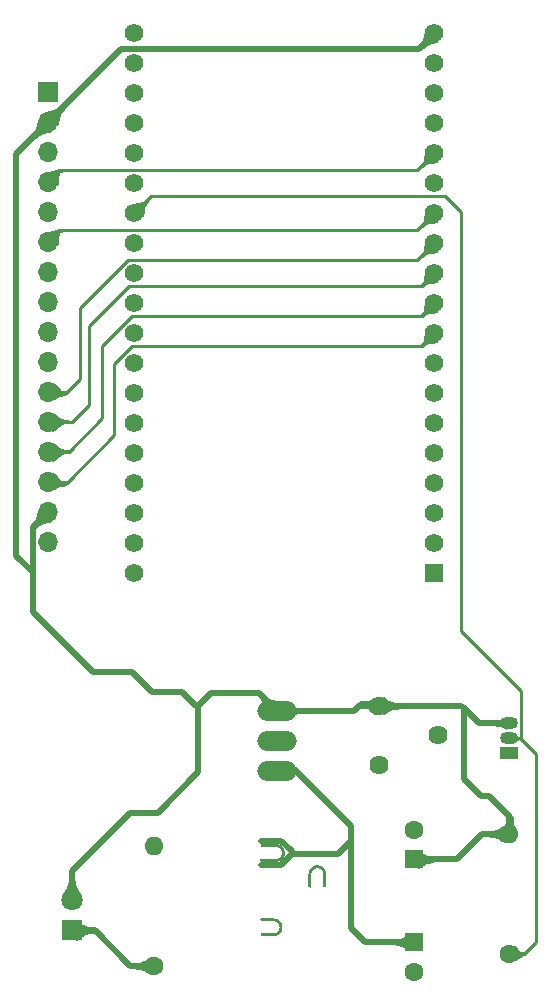
<source format=gbr>
G04 #@! TF.GenerationSoftware,KiCad,Pcbnew,(5.1.12)-1*
G04 #@! TF.CreationDate,2021-12-26T01:52:18+01:00*
G04 #@! TF.ProjectId,esp32,65737033-322e-46b6-9963-61645f706362,rev?*
G04 #@! TF.SameCoordinates,Original*
G04 #@! TF.FileFunction,Copper,L1,Top*
G04 #@! TF.FilePolarity,Positive*
%FSLAX46Y46*%
G04 Gerber Fmt 4.6, Leading zero omitted, Abs format (unit mm)*
G04 Created by KiCad (PCBNEW (5.1.12)-1) date 2021-12-26 01:52:18*
%MOMM*%
%LPD*%
G01*
G04 APERTURE LIST*
G04 #@! TA.AperFunction,ComponentPad*
%ADD10C,1.620000*%
G04 #@! TD*
G04 #@! TA.AperFunction,ComponentPad*
%ADD11O,1.700000X1.700000*%
G04 #@! TD*
G04 #@! TA.AperFunction,ComponentPad*
%ADD12R,1.700000X1.700000*%
G04 #@! TD*
G04 #@! TA.AperFunction,ComponentPad*
%ADD13C,1.600000*%
G04 #@! TD*
G04 #@! TA.AperFunction,ComponentPad*
%ADD14R,1.600000X1.600000*%
G04 #@! TD*
G04 #@! TA.AperFunction,ComponentPad*
%ADD15O,1.600000X1.600000*%
G04 #@! TD*
G04 #@! TA.AperFunction,ComponentPad*
%ADD16O,3.352800X1.676400*%
G04 #@! TD*
G04 #@! TA.AperFunction,ComponentPad*
%ADD17O,1.500000X1.050000*%
G04 #@! TD*
G04 #@! TA.AperFunction,ComponentPad*
%ADD18R,1.500000X1.050000*%
G04 #@! TD*
G04 #@! TA.AperFunction,ComponentPad*
%ADD19R,1.800000X1.800000*%
G04 #@! TD*
G04 #@! TA.AperFunction,ComponentPad*
%ADD20C,1.800000*%
G04 #@! TD*
G04 #@! TA.AperFunction,ComponentPad*
%ADD21R,1.560000X1.560000*%
G04 #@! TD*
G04 #@! TA.AperFunction,ComponentPad*
%ADD22C,1.560000*%
G04 #@! TD*
G04 #@! TA.AperFunction,SMDPad,CuDef*
%ADD23C,0.100000*%
G04 #@! TD*
G04 #@! TA.AperFunction,Conductor*
%ADD24C,0.500000*%
G04 #@! TD*
G04 #@! TA.AperFunction,Conductor*
%ADD25C,0.250000*%
G04 #@! TD*
G04 #@! TA.AperFunction,Conductor*
%ADD26C,0.025400*%
G04 #@! TD*
G04 #@! TA.AperFunction,Conductor*
%ADD27C,0.100000*%
G04 #@! TD*
G04 APERTURE END LIST*
D10*
X151000000Y-92000000D03*
X156000000Y-94500000D03*
X151000000Y-97000000D03*
D11*
X123000000Y-78100000D03*
X123000000Y-75560000D03*
X123000000Y-73020000D03*
X123000000Y-70480000D03*
X123000000Y-67940000D03*
X123000000Y-65400000D03*
X123000000Y-62860000D03*
X123000000Y-60320000D03*
X123000000Y-57780000D03*
X123000000Y-55240000D03*
X123000000Y-52700000D03*
X123000000Y-50160000D03*
X123000000Y-47620000D03*
X123000000Y-45080000D03*
X123000000Y-42540000D03*
D12*
X123000000Y-40000000D03*
D13*
X154000000Y-114500000D03*
D14*
X154000000Y-112000000D03*
D15*
X162000000Y-102840000D03*
D13*
X162000000Y-113000000D03*
D16*
X142350000Y-97540000D03*
X142350000Y-95000000D03*
X142350000Y-92460000D03*
D13*
X154000000Y-102500000D03*
D14*
X154000000Y-105000000D03*
D13*
X132000000Y-114000000D03*
D15*
X132000000Y-103840000D03*
D17*
X162000000Y-94730000D03*
X162000000Y-93460000D03*
D18*
X162000000Y-96000000D03*
D19*
X125000000Y-111000000D03*
D20*
X125000000Y-108460000D03*
D21*
X155700000Y-80760000D03*
D22*
X155700000Y-78220000D03*
X155700000Y-35040000D03*
X155700000Y-75680000D03*
X155700000Y-73140000D03*
X155700000Y-70600000D03*
X155700000Y-68060000D03*
X155700000Y-65520000D03*
X155700000Y-62980000D03*
X155700000Y-60440000D03*
X155700000Y-57900000D03*
X155700000Y-55360000D03*
X155700000Y-52820000D03*
X155700000Y-50280000D03*
X155700000Y-47740000D03*
X155700000Y-45200000D03*
X155700000Y-42660000D03*
X155700000Y-40120000D03*
X155700000Y-37580000D03*
X130300000Y-80760000D03*
X130300000Y-78220000D03*
X130300000Y-75680000D03*
X130300000Y-73140000D03*
X130300000Y-70600000D03*
X130300000Y-68060000D03*
X130300000Y-65520000D03*
X130300000Y-62980000D03*
X130300000Y-60440000D03*
X130300000Y-57900000D03*
X130300000Y-55360000D03*
X130300000Y-52820000D03*
X130300000Y-50280000D03*
X130300000Y-47740000D03*
X130300000Y-45200000D03*
X130300000Y-42660000D03*
X130300000Y-40120000D03*
X130300000Y-37580000D03*
X130300000Y-35040000D03*
G04 #@! TA.AperFunction,SMDPad,CuDef*
D23*
G36*
X142339013Y-103700500D02*
G01*
X142339038Y-103700501D01*
X142378038Y-103703501D01*
X142378064Y-103703504D01*
X142417064Y-103708504D01*
X142417088Y-103708508D01*
X142456088Y-103715508D01*
X142456127Y-103715516D01*
X142494127Y-103725516D01*
X142494139Y-103725520D01*
X142532139Y-103736520D01*
X142532166Y-103736528D01*
X142569166Y-103749528D01*
X142569192Y-103749538D01*
X142605192Y-103764538D01*
X142605218Y-103764550D01*
X142640218Y-103781550D01*
X142640229Y-103781555D01*
X142675229Y-103799555D01*
X142675268Y-103799578D01*
X142708268Y-103820578D01*
X142741277Y-103842584D01*
X142741306Y-103842605D01*
X142772306Y-103866605D01*
X142772327Y-103866622D01*
X142802327Y-103892622D01*
X142802347Y-103892640D01*
X142830347Y-103919640D01*
X142830360Y-103919653D01*
X142857360Y-103947653D01*
X142857378Y-103947673D01*
X142883378Y-103977673D01*
X142883395Y-103977694D01*
X142907395Y-104008694D01*
X142907416Y-104008723D01*
X142929422Y-104041732D01*
X142950422Y-104074732D01*
X142950445Y-104074771D01*
X142968445Y-104109771D01*
X142968450Y-104109782D01*
X142985450Y-104144782D01*
X142985462Y-104144808D01*
X143000462Y-104180808D01*
X143000472Y-104180834D01*
X143013472Y-104217834D01*
X143013480Y-104217861D01*
X143024480Y-104255861D01*
X143024484Y-104255873D01*
X143034484Y-104293873D01*
X143034492Y-104293912D01*
X143041492Y-104332912D01*
X143041496Y-104332936D01*
X143046496Y-104371936D01*
X143046499Y-104371962D01*
X143049499Y-104410962D01*
X143049500Y-104410987D01*
X143050500Y-104449987D01*
X143050500Y-104450013D01*
X143049500Y-104489013D01*
X143049499Y-104489038D01*
X143046499Y-104528038D01*
X143046496Y-104528064D01*
X143041496Y-104567064D01*
X143041492Y-104567088D01*
X143034492Y-104606088D01*
X143034484Y-104606127D01*
X143024484Y-104644127D01*
X143024480Y-104644139D01*
X143013480Y-104682139D01*
X143013472Y-104682166D01*
X143000472Y-104719166D01*
X143000462Y-104719192D01*
X142985462Y-104755192D01*
X142985450Y-104755218D01*
X142968450Y-104790218D01*
X142968445Y-104790229D01*
X142950445Y-104825229D01*
X142950422Y-104825268D01*
X142929422Y-104858268D01*
X142907416Y-104891277D01*
X142907395Y-104891306D01*
X142883395Y-104922306D01*
X142883378Y-104922327D01*
X142857378Y-104952327D01*
X142857360Y-104952347D01*
X142830360Y-104980347D01*
X142830347Y-104980360D01*
X142802347Y-105007360D01*
X142802327Y-105007378D01*
X142772327Y-105033378D01*
X142772306Y-105033395D01*
X142741306Y-105057395D01*
X142741277Y-105057416D01*
X142708268Y-105079422D01*
X142675268Y-105100422D01*
X142675229Y-105100445D01*
X142640229Y-105118445D01*
X142640218Y-105118450D01*
X142605218Y-105135450D01*
X142605192Y-105135462D01*
X142569192Y-105150462D01*
X142569166Y-105150472D01*
X142532166Y-105163472D01*
X142532139Y-105163480D01*
X142494139Y-105174480D01*
X142494127Y-105174484D01*
X142456127Y-105184484D01*
X142456088Y-105184492D01*
X142417088Y-105191492D01*
X142417064Y-105191496D01*
X142378064Y-105196496D01*
X142378038Y-105196499D01*
X142339038Y-105199499D01*
X142339013Y-105199500D01*
X142300013Y-105200500D01*
X141000000Y-105200500D01*
X140999902Y-105200490D01*
X140999809Y-105200462D01*
X140999722Y-105200416D01*
X140999646Y-105200354D01*
X140999584Y-105200278D01*
X140999538Y-105200191D01*
X140999510Y-105200098D01*
X140999500Y-105200000D01*
X140999500Y-105100000D01*
X140950000Y-105100000D01*
X140950000Y-105000000D01*
X140999500Y-105000000D01*
X140999500Y-104950000D01*
X140999510Y-104949902D01*
X140999538Y-104949809D01*
X140999584Y-104949722D01*
X140999646Y-104949646D01*
X140999722Y-104949584D01*
X140999809Y-104949538D01*
X140999902Y-104949510D01*
X141000000Y-104949500D01*
X142299981Y-104949500D01*
X142325969Y-104948500D01*
X142351957Y-104946501D01*
X142377928Y-104943505D01*
X142403895Y-104938511D01*
X142428870Y-104932517D01*
X142454849Y-104925523D01*
X142478808Y-104916538D01*
X142502800Y-104906541D01*
X142526778Y-104895551D01*
X142549740Y-104882573D01*
X142593711Y-104854592D01*
X142614687Y-104838609D01*
X142634666Y-104821627D01*
X142653646Y-104803646D01*
X142671627Y-104784666D01*
X142688609Y-104764687D01*
X142704592Y-104743711D01*
X142732573Y-104699740D01*
X142745551Y-104676778D01*
X142756545Y-104652792D01*
X142766538Y-104628808D01*
X142775523Y-104604849D01*
X142782517Y-104578870D01*
X142788511Y-104553895D01*
X142793505Y-104527929D01*
X142796501Y-104501957D01*
X142798501Y-104475962D01*
X142799499Y-104450000D01*
X142798500Y-104424019D01*
X142796501Y-104398038D01*
X142793505Y-104372071D01*
X142788511Y-104346105D01*
X142782517Y-104321130D01*
X142775523Y-104295151D01*
X142766538Y-104271192D01*
X142756538Y-104247192D01*
X142745551Y-104223222D01*
X142732573Y-104200260D01*
X142704592Y-104156289D01*
X142688609Y-104135313D01*
X142671627Y-104115334D01*
X142653646Y-104096354D01*
X142634666Y-104078373D01*
X142614687Y-104061391D01*
X142593711Y-104045408D01*
X142549740Y-104017427D01*
X142526778Y-104004449D01*
X142502800Y-103993459D01*
X142478808Y-103983462D01*
X142454849Y-103974477D01*
X142428870Y-103967483D01*
X142403895Y-103961489D01*
X142377928Y-103956495D01*
X142351957Y-103953499D01*
X142325969Y-103951500D01*
X142299981Y-103950500D01*
X141000000Y-103950500D01*
X140999902Y-103950490D01*
X140999809Y-103950462D01*
X140999722Y-103950416D01*
X140999646Y-103950354D01*
X140999584Y-103950278D01*
X140999538Y-103950191D01*
X140999510Y-103950098D01*
X140999500Y-103950000D01*
X140999500Y-103700000D01*
X140999510Y-103699902D01*
X140999538Y-103699809D01*
X140999584Y-103699722D01*
X140999646Y-103699646D01*
X140999722Y-103699584D01*
X140999809Y-103699538D01*
X140999902Y-103699510D01*
X141000000Y-103699500D01*
X142300013Y-103699500D01*
X142339013Y-103700500D01*
G37*
G04 #@! TD.AperFunction*
G04 #@! TA.AperFunction,SMDPad,CuDef*
G36*
X142139013Y-110000500D02*
G01*
X142139038Y-110000501D01*
X142178038Y-110003501D01*
X142178064Y-110003504D01*
X142217064Y-110008504D01*
X142217088Y-110008508D01*
X142256088Y-110015508D01*
X142256127Y-110015516D01*
X142294127Y-110025516D01*
X142294139Y-110025520D01*
X142332139Y-110036520D01*
X142332166Y-110036528D01*
X142369166Y-110049528D01*
X142369192Y-110049538D01*
X142405192Y-110064538D01*
X142405218Y-110064550D01*
X142440218Y-110081550D01*
X142440229Y-110081555D01*
X142475229Y-110099555D01*
X142475268Y-110099578D01*
X142508268Y-110120578D01*
X142541277Y-110142584D01*
X142541306Y-110142605D01*
X142572306Y-110166605D01*
X142572327Y-110166622D01*
X142602327Y-110192622D01*
X142602347Y-110192640D01*
X142630347Y-110219640D01*
X142630360Y-110219653D01*
X142657360Y-110247653D01*
X142657378Y-110247673D01*
X142683378Y-110277673D01*
X142683395Y-110277694D01*
X142707395Y-110308694D01*
X142707416Y-110308723D01*
X142729422Y-110341732D01*
X142750422Y-110374732D01*
X142750445Y-110374771D01*
X142768445Y-110409771D01*
X142768450Y-110409782D01*
X142785450Y-110444782D01*
X142785462Y-110444808D01*
X142800462Y-110480808D01*
X142800472Y-110480834D01*
X142813472Y-110517834D01*
X142813480Y-110517861D01*
X142824480Y-110555861D01*
X142824484Y-110555873D01*
X142834484Y-110593873D01*
X142834492Y-110593912D01*
X142841492Y-110632912D01*
X142841496Y-110632936D01*
X142846496Y-110671936D01*
X142846499Y-110671962D01*
X142849499Y-110710962D01*
X142849500Y-110710987D01*
X142850500Y-110749987D01*
X142850500Y-110750013D01*
X142849500Y-110789013D01*
X142849499Y-110789038D01*
X142846499Y-110828038D01*
X142846496Y-110828064D01*
X142841496Y-110867064D01*
X142841492Y-110867088D01*
X142834492Y-110906088D01*
X142834484Y-110906127D01*
X142824484Y-110944127D01*
X142824480Y-110944139D01*
X142813480Y-110982139D01*
X142813472Y-110982166D01*
X142800472Y-111019166D01*
X142800462Y-111019192D01*
X142785462Y-111055192D01*
X142785450Y-111055218D01*
X142768450Y-111090218D01*
X142768445Y-111090229D01*
X142750445Y-111125229D01*
X142750422Y-111125268D01*
X142729422Y-111158268D01*
X142707416Y-111191277D01*
X142707395Y-111191306D01*
X142683395Y-111222306D01*
X142683378Y-111222327D01*
X142657378Y-111252327D01*
X142657360Y-111252347D01*
X142630360Y-111280347D01*
X142630347Y-111280360D01*
X142602347Y-111307360D01*
X142602327Y-111307378D01*
X142572327Y-111333378D01*
X142572306Y-111333395D01*
X142541306Y-111357395D01*
X142541277Y-111357416D01*
X142508268Y-111379422D01*
X142475268Y-111400422D01*
X142475229Y-111400445D01*
X142440229Y-111418445D01*
X142440218Y-111418450D01*
X142405218Y-111435450D01*
X142405192Y-111435462D01*
X142369192Y-111450462D01*
X142369166Y-111450472D01*
X142332166Y-111463472D01*
X142332139Y-111463480D01*
X142294139Y-111474480D01*
X142294127Y-111474484D01*
X142256127Y-111484484D01*
X142256088Y-111484492D01*
X142217088Y-111491492D01*
X142217064Y-111491496D01*
X142178064Y-111496496D01*
X142178038Y-111496499D01*
X142139038Y-111499499D01*
X142139013Y-111499500D01*
X142100013Y-111500500D01*
X141000000Y-111500500D01*
X140999902Y-111500490D01*
X140999809Y-111500462D01*
X140999722Y-111500416D01*
X140999646Y-111500354D01*
X140999584Y-111500278D01*
X140999538Y-111500191D01*
X140999510Y-111500098D01*
X140999500Y-111500000D01*
X140999500Y-111250000D01*
X140999510Y-111249902D01*
X140999538Y-111249809D01*
X140999584Y-111249722D01*
X140999646Y-111249646D01*
X140999722Y-111249584D01*
X140999809Y-111249538D01*
X140999902Y-111249510D01*
X141000000Y-111249500D01*
X142099981Y-111249500D01*
X142125969Y-111248500D01*
X142151957Y-111246501D01*
X142177929Y-111243505D01*
X142203895Y-111238511D01*
X142228870Y-111232517D01*
X142254849Y-111225523D01*
X142278808Y-111216538D01*
X142302800Y-111206541D01*
X142326778Y-111195551D01*
X142349740Y-111182573D01*
X142393711Y-111154592D01*
X142414687Y-111138609D01*
X142434666Y-111121627D01*
X142453646Y-111103646D01*
X142471627Y-111084666D01*
X142488609Y-111064687D01*
X142504592Y-111043711D01*
X142532573Y-110999740D01*
X142545551Y-110976778D01*
X142556545Y-110952792D01*
X142566538Y-110928808D01*
X142575523Y-110904849D01*
X142582517Y-110878870D01*
X142588511Y-110853895D01*
X142593505Y-110827929D01*
X142596501Y-110801957D01*
X142598501Y-110775962D01*
X142599499Y-110750000D01*
X142598500Y-110724019D01*
X142596501Y-110698038D01*
X142593505Y-110672072D01*
X142588511Y-110646105D01*
X142582517Y-110621130D01*
X142575523Y-110595151D01*
X142566538Y-110571192D01*
X142556538Y-110547192D01*
X142545551Y-110523222D01*
X142532573Y-110500260D01*
X142504592Y-110456289D01*
X142488609Y-110435313D01*
X142471627Y-110415334D01*
X142453646Y-110396354D01*
X142434666Y-110378373D01*
X142414687Y-110361391D01*
X142393711Y-110345408D01*
X142349740Y-110317427D01*
X142326778Y-110304449D01*
X142302800Y-110293459D01*
X142278808Y-110283462D01*
X142254849Y-110274477D01*
X142228870Y-110267483D01*
X142203895Y-110261489D01*
X142177929Y-110256495D01*
X142151957Y-110253499D01*
X142125969Y-110251500D01*
X142099981Y-110250500D01*
X141000000Y-110250500D01*
X140999902Y-110250490D01*
X140999809Y-110250462D01*
X140999722Y-110250416D01*
X140999646Y-110250354D01*
X140999584Y-110250278D01*
X140999538Y-110250191D01*
X140999510Y-110250098D01*
X140999500Y-110250000D01*
X140999500Y-110150000D01*
X140950000Y-110150000D01*
X140950000Y-110050000D01*
X140999500Y-110050000D01*
X140999500Y-110000000D01*
X140999510Y-109999902D01*
X140999538Y-109999809D01*
X140999584Y-109999722D01*
X140999646Y-109999646D01*
X140999722Y-109999584D01*
X140999809Y-109999538D01*
X140999902Y-109999510D01*
X141000000Y-109999500D01*
X142100013Y-109999500D01*
X142139013Y-110000500D01*
G37*
G04 #@! TD.AperFunction*
G04 #@! TA.AperFunction,SMDPad,CuDef*
G36*
X145839013Y-105500500D02*
G01*
X145839038Y-105500501D01*
X145878038Y-105503501D01*
X145878064Y-105503504D01*
X145917064Y-105508504D01*
X145917088Y-105508508D01*
X145956088Y-105515508D01*
X145956127Y-105515516D01*
X145994127Y-105525516D01*
X145994139Y-105525520D01*
X146032139Y-105536520D01*
X146032166Y-105536528D01*
X146069166Y-105549528D01*
X146069192Y-105549538D01*
X146105192Y-105564538D01*
X146105218Y-105564550D01*
X146140218Y-105581550D01*
X146140229Y-105581555D01*
X146175229Y-105599555D01*
X146175268Y-105599578D01*
X146208268Y-105620578D01*
X146241277Y-105642584D01*
X146241306Y-105642605D01*
X146272306Y-105666605D01*
X146272327Y-105666622D01*
X146302327Y-105692622D01*
X146302347Y-105692640D01*
X146330347Y-105719640D01*
X146330360Y-105719653D01*
X146357360Y-105747653D01*
X146357378Y-105747673D01*
X146383378Y-105777673D01*
X146383395Y-105777694D01*
X146407395Y-105808694D01*
X146407416Y-105808723D01*
X146429422Y-105841732D01*
X146450422Y-105874732D01*
X146450445Y-105874771D01*
X146468445Y-105909771D01*
X146468450Y-105909782D01*
X146485450Y-105944782D01*
X146485462Y-105944808D01*
X146500462Y-105980808D01*
X146500472Y-105980834D01*
X146513472Y-106017834D01*
X146513480Y-106017861D01*
X146524480Y-106055861D01*
X146524484Y-106055873D01*
X146534484Y-106093873D01*
X146534492Y-106093912D01*
X146541492Y-106132912D01*
X146541496Y-106132936D01*
X146546496Y-106171936D01*
X146546499Y-106171962D01*
X146549499Y-106210962D01*
X146549500Y-106210987D01*
X146550500Y-106249987D01*
X146550500Y-107350000D01*
X146550490Y-107350098D01*
X146550462Y-107350191D01*
X146550416Y-107350278D01*
X146550354Y-107350354D01*
X146550278Y-107350416D01*
X146550191Y-107350462D01*
X146550098Y-107350490D01*
X146550000Y-107350500D01*
X146300000Y-107350500D01*
X146299902Y-107350490D01*
X146299809Y-107350462D01*
X146299722Y-107350416D01*
X146299646Y-107350354D01*
X146299584Y-107350278D01*
X146299538Y-107350191D01*
X146299510Y-107350098D01*
X146299500Y-107350000D01*
X146299500Y-106250019D01*
X146298500Y-106224019D01*
X146296501Y-106198038D01*
X146293505Y-106172072D01*
X146288511Y-106146105D01*
X146282517Y-106121130D01*
X146275523Y-106095151D01*
X146266538Y-106071192D01*
X146256538Y-106047192D01*
X146245551Y-106023222D01*
X146232573Y-106000260D01*
X146204592Y-105956289D01*
X146188609Y-105935313D01*
X146171627Y-105915334D01*
X146153646Y-105896354D01*
X146134666Y-105878373D01*
X146114687Y-105861391D01*
X146093711Y-105845408D01*
X146049740Y-105817427D01*
X146026778Y-105804449D01*
X146002800Y-105793459D01*
X145978808Y-105783462D01*
X145954849Y-105774477D01*
X145928870Y-105767483D01*
X145903895Y-105761489D01*
X145877929Y-105756495D01*
X145851957Y-105753499D01*
X145825969Y-105751500D01*
X145800000Y-105750501D01*
X145774031Y-105751500D01*
X145748043Y-105753499D01*
X145722071Y-105756495D01*
X145696105Y-105761489D01*
X145671130Y-105767483D01*
X145645151Y-105774477D01*
X145621192Y-105783462D01*
X145597200Y-105793459D01*
X145573222Y-105804449D01*
X145550260Y-105817427D01*
X145506289Y-105845408D01*
X145485313Y-105861391D01*
X145465334Y-105878373D01*
X145446354Y-105896354D01*
X145428373Y-105915334D01*
X145411391Y-105935313D01*
X145395408Y-105956289D01*
X145367427Y-106000260D01*
X145354449Y-106023222D01*
X145343455Y-106047208D01*
X145333462Y-106071192D01*
X145324477Y-106095151D01*
X145317483Y-106121130D01*
X145311489Y-106146105D01*
X145306495Y-106172071D01*
X145303499Y-106198038D01*
X145301499Y-106224038D01*
X145300500Y-106250019D01*
X145300500Y-107350000D01*
X145300490Y-107350098D01*
X145300462Y-107350191D01*
X145300416Y-107350278D01*
X145300354Y-107350354D01*
X145300278Y-107350416D01*
X145300191Y-107350462D01*
X145300098Y-107350490D01*
X145300000Y-107350500D01*
X145250000Y-107350500D01*
X145250000Y-107400000D01*
X145150000Y-107400000D01*
X145150000Y-107350500D01*
X145050000Y-107350500D01*
X145049902Y-107350490D01*
X145049809Y-107350462D01*
X145049722Y-107350416D01*
X145049646Y-107350354D01*
X145049584Y-107350278D01*
X145049538Y-107350191D01*
X145049510Y-107350098D01*
X145049500Y-107350000D01*
X145049500Y-106249987D01*
X145050500Y-106210987D01*
X145050501Y-106210962D01*
X145053501Y-106171962D01*
X145053504Y-106171936D01*
X145058504Y-106132936D01*
X145058508Y-106132912D01*
X145065508Y-106093912D01*
X145065516Y-106093873D01*
X145075516Y-106055873D01*
X145075520Y-106055861D01*
X145086520Y-106017861D01*
X145086528Y-106017834D01*
X145099528Y-105980834D01*
X145099538Y-105980808D01*
X145114538Y-105944808D01*
X145114550Y-105944782D01*
X145131550Y-105909782D01*
X145131555Y-105909771D01*
X145149555Y-105874771D01*
X145149578Y-105874732D01*
X145170578Y-105841732D01*
X145192584Y-105808723D01*
X145192605Y-105808694D01*
X145216605Y-105777694D01*
X145216622Y-105777673D01*
X145242622Y-105747673D01*
X145242640Y-105747653D01*
X145269640Y-105719653D01*
X145269653Y-105719640D01*
X145297653Y-105692640D01*
X145297673Y-105692622D01*
X145327673Y-105666622D01*
X145327694Y-105666605D01*
X145358694Y-105642605D01*
X145358723Y-105642584D01*
X145391732Y-105620578D01*
X145424732Y-105599578D01*
X145424771Y-105599555D01*
X145459771Y-105581555D01*
X145459782Y-105581550D01*
X145494782Y-105564550D01*
X145494808Y-105564538D01*
X145530808Y-105549538D01*
X145530834Y-105549528D01*
X145567834Y-105536528D01*
X145567861Y-105536520D01*
X145605861Y-105525520D01*
X145605873Y-105525516D01*
X145643873Y-105515516D01*
X145643912Y-105515508D01*
X145682912Y-105508508D01*
X145682936Y-105508504D01*
X145721936Y-105503504D01*
X145721962Y-105503501D01*
X145760962Y-105500501D01*
X145760987Y-105500500D01*
X145799987Y-105499500D01*
X145800013Y-105499500D01*
X145839013Y-105500500D01*
G37*
G04 #@! TD.AperFunction*
D24*
X144022000Y-97540000D02*
X148640800Y-102158800D01*
X154000000Y-112000000D02*
X149795200Y-112000000D01*
X142350000Y-97540000D02*
X144022000Y-97540000D01*
X149795200Y-112000000D02*
X148640800Y-110845600D01*
X142696279Y-105450010D02*
X141000000Y-105450010D01*
X143615129Y-104531160D02*
X142696279Y-105450010D01*
X148640800Y-104531160D02*
X148640800Y-110845600D01*
X143615129Y-104319415D02*
X142745704Y-103449990D01*
X143615129Y-104531160D02*
X143615129Y-104319415D01*
X142745704Y-103449990D02*
X142557110Y-103449990D01*
X142557110Y-103449990D02*
X141036040Y-103449990D01*
X147546060Y-104531160D02*
X148640800Y-103436420D01*
X143615129Y-104531160D02*
X147546060Y-104531160D01*
X148640800Y-103436420D02*
X148640800Y-104531160D01*
X148640800Y-102158800D02*
X148640800Y-103436420D01*
X121699999Y-80704399D02*
X120294400Y-79298800D01*
X154390001Y-36349999D02*
X155700000Y-35040000D01*
X125000000Y-108460000D02*
X125000000Y-105987600D01*
X126796800Y-89154000D02*
X130098800Y-89154000D01*
X134366000Y-90830400D02*
X135534400Y-91998800D01*
X123000000Y-75560000D02*
X121699999Y-76860001D01*
X121699999Y-81009199D02*
X121699999Y-80704399D01*
X121699999Y-76860001D02*
X121699999Y-81009199D01*
X120294400Y-45245600D02*
X123000000Y-42540000D01*
X121699999Y-84057199D02*
X126796800Y-89154000D01*
X125000000Y-105987600D02*
X129946400Y-101041200D01*
X121699999Y-81009199D02*
X121699999Y-84057199D01*
X135737600Y-97637600D02*
X135737600Y-91998800D01*
X129190001Y-36349999D02*
X154390001Y-36349999D01*
X131775200Y-90830400D02*
X134366000Y-90830400D01*
X135534400Y-91998800D02*
X135737600Y-91998800D01*
X140822000Y-90932000D02*
X142350000Y-92460000D01*
X132334000Y-101041200D02*
X135737600Y-97637600D01*
X135737600Y-91998800D02*
X136804400Y-90932000D01*
X129946400Y-101041200D02*
X132334000Y-101041200D01*
X123000000Y-42540000D02*
X129190001Y-36349999D01*
X158191200Y-92202000D02*
X159449200Y-93460000D01*
X136804400Y-90932000D02*
X140822000Y-90932000D01*
X130098800Y-89154000D02*
X131775200Y-90830400D01*
X157989200Y-92000000D02*
X158191200Y-92202000D01*
X120294400Y-79298800D02*
X120294400Y-45245600D01*
X159664400Y-99669600D02*
X158191200Y-98196400D01*
X158191200Y-98196400D02*
X158191200Y-92202000D01*
X160373200Y-99669600D02*
X159664400Y-99669600D01*
X162000000Y-101296400D02*
X160373200Y-99669600D01*
X149454800Y-92000000D02*
X151000000Y-92000000D01*
X162000000Y-102840000D02*
X162000000Y-101296400D01*
X151000000Y-92000000D02*
X157989200Y-92000000D01*
X159449200Y-93460000D02*
X162000000Y-93460000D01*
X149402800Y-91948000D02*
X149454800Y-92000000D01*
X148890800Y-92460000D02*
X149402800Y-91948000D01*
X142350000Y-92460000D02*
X148890800Y-92460000D01*
X159745200Y-102840000D02*
X157585200Y-105000000D01*
X157585200Y-105000000D02*
X154000000Y-105000000D01*
X162000000Y-102840000D02*
X159745200Y-102840000D01*
X129951200Y-114000000D02*
X126951200Y-111000000D01*
X132000000Y-114000000D02*
X129951200Y-114000000D01*
X126951200Y-111000000D02*
X125000000Y-111000000D01*
D25*
X163000000Y-94730000D02*
X162000000Y-94730000D01*
X157988000Y-50190400D02*
X156642601Y-48845001D01*
X157988000Y-85648800D02*
X157988000Y-50190400D01*
X163301200Y-113000000D02*
X164338000Y-111963200D01*
X163075010Y-90735810D02*
X157988000Y-85648800D01*
X156642601Y-48845001D02*
X131734999Y-48845001D01*
X131734999Y-48845001D02*
X130300000Y-50280000D01*
X162000000Y-113000000D02*
X163301200Y-113000000D01*
X164338000Y-96068000D02*
X163000000Y-94730000D01*
X163000000Y-94730000D02*
X163029200Y-94730000D01*
X164338000Y-111963200D02*
X164338000Y-96068000D01*
X163029200Y-94730000D02*
X163075010Y-94684190D01*
X163075010Y-94684190D02*
X163075010Y-90735810D01*
X123000000Y-73020000D02*
X124693600Y-73020000D01*
X130099597Y-61545001D02*
X154594999Y-61545001D01*
X124693600Y-73020000D02*
X128625600Y-69088000D01*
X128625600Y-63018998D02*
X130099597Y-61545001D01*
X154594999Y-61545001D02*
X155700000Y-60440000D01*
X128625600Y-69088000D02*
X128625600Y-63018998D01*
X123000000Y-70480000D02*
X124744400Y-70480000D01*
X124744400Y-70480000D02*
X127558800Y-67665600D01*
X127558800Y-61545798D02*
X130099597Y-59005001D01*
X130099597Y-59005001D02*
X154594999Y-59005001D01*
X154594999Y-59005001D02*
X155700000Y-57900000D01*
X127558800Y-67665600D02*
X127558800Y-61545798D01*
X154594999Y-56465001D02*
X129818599Y-56465001D01*
X124998400Y-67940000D02*
X123000000Y-67940000D01*
X155700000Y-55360000D02*
X154594999Y-56465001D01*
X129818599Y-56465001D02*
X126441200Y-59842400D01*
X126441200Y-59842400D02*
X126441200Y-66497200D01*
X126441200Y-66497200D02*
X124998400Y-67940000D01*
X129770198Y-54254400D02*
X154265600Y-54254400D01*
X124642800Y-65400000D02*
X125679200Y-64363600D01*
X154265600Y-54254400D02*
X155700000Y-52820000D01*
X125679200Y-64363600D02*
X125679200Y-58345398D01*
X123000000Y-65400000D02*
X124642800Y-65400000D01*
X125679200Y-58345398D02*
X129770198Y-54254400D01*
X123000000Y-52700000D02*
X123985001Y-51714999D01*
X154265001Y-51714999D02*
X155700000Y-50280000D01*
X123985001Y-51714999D02*
X154265001Y-51714999D01*
X123000000Y-47620000D02*
X123985001Y-46634999D01*
X154265001Y-46634999D02*
X155700000Y-45200000D01*
X123985001Y-46634999D02*
X154265001Y-46634999D01*
D26*
X125546717Y-110285447D02*
X125682789Y-110367560D01*
X125802367Y-110446250D01*
X125912599Y-110519819D01*
X125912975Y-110520061D01*
X126021062Y-110586826D01*
X126021921Y-110587311D01*
X126135081Y-110645594D01*
X126136346Y-110646161D01*
X126261866Y-110694331D01*
X126263325Y-110694792D01*
X126408491Y-110731219D01*
X126409896Y-110731489D01*
X126581995Y-110754541D01*
X126583186Y-110754643D01*
X126777300Y-110762214D01*
X126777300Y-111237786D01*
X126583186Y-111245356D01*
X126581995Y-111245458D01*
X126409896Y-111268510D01*
X126408491Y-111268780D01*
X126263325Y-111305207D01*
X126261866Y-111305668D01*
X126136346Y-111353838D01*
X126135081Y-111354405D01*
X126021921Y-111412688D01*
X126021062Y-111413173D01*
X125912975Y-111479938D01*
X125912599Y-111480180D01*
X125802367Y-111553749D01*
X125682789Y-111632439D01*
X125546717Y-111714552D01*
X125394502Y-111794498D01*
X124568322Y-111000000D01*
X125394502Y-110205502D01*
X125546717Y-110285447D01*
G04 #@! TA.AperFunction,Conductor*
D27*
G36*
X125546717Y-110285447D02*
G01*
X125682789Y-110367560D01*
X125802367Y-110446250D01*
X125912599Y-110519819D01*
X125912975Y-110520061D01*
X126021062Y-110586826D01*
X126021921Y-110587311D01*
X126135081Y-110645594D01*
X126136346Y-110646161D01*
X126261866Y-110694331D01*
X126263325Y-110694792D01*
X126408491Y-110731219D01*
X126409896Y-110731489D01*
X126581995Y-110754541D01*
X126583186Y-110754643D01*
X126777300Y-110762214D01*
X126777300Y-111237786D01*
X126583186Y-111245356D01*
X126581995Y-111245458D01*
X126409896Y-111268510D01*
X126408491Y-111268780D01*
X126263325Y-111305207D01*
X126261866Y-111305668D01*
X126136346Y-111353838D01*
X126135081Y-111354405D01*
X126021921Y-111412688D01*
X126021062Y-111413173D01*
X125912975Y-111479938D01*
X125912599Y-111480180D01*
X125802367Y-111553749D01*
X125682789Y-111632439D01*
X125546717Y-111714552D01*
X125394502Y-111794498D01*
X124568322Y-111000000D01*
X125394502Y-110205502D01*
X125546717Y-110285447D01*
G37*
G04 #@! TD.AperFunction*
D26*
X141479069Y-91243461D02*
X141479932Y-91244194D01*
X141607656Y-91343185D01*
X141608774Y-91343960D01*
X141727431Y-91417067D01*
X141728723Y-91417763D01*
X141842056Y-91470642D01*
X141843308Y-91471147D01*
X141955056Y-91509451D01*
X141956002Y-91509734D01*
X142069907Y-91539116D01*
X142070374Y-91539228D01*
X142190175Y-91565344D01*
X142319373Y-91593794D01*
X142461669Y-91630205D01*
X142612557Y-91677602D01*
X142633392Y-92743392D01*
X141567602Y-92722557D01*
X141520205Y-92571669D01*
X141483794Y-92429373D01*
X141455338Y-92300149D01*
X141429228Y-92180374D01*
X141429116Y-92179907D01*
X141399734Y-92066002D01*
X141399451Y-92065056D01*
X141361147Y-91953308D01*
X141360642Y-91952056D01*
X141307763Y-91838723D01*
X141307067Y-91837431D01*
X141233960Y-91718774D01*
X141233185Y-91717656D01*
X141134194Y-91589932D01*
X141133461Y-91589069D01*
X141011264Y-91457507D01*
X141347507Y-91121264D01*
X141479069Y-91243461D01*
G04 #@! TA.AperFunction,Conductor*
D27*
G36*
X141479069Y-91243461D02*
G01*
X141479932Y-91244194D01*
X141607656Y-91343185D01*
X141608774Y-91343960D01*
X141727431Y-91417067D01*
X141728723Y-91417763D01*
X141842056Y-91470642D01*
X141843308Y-91471147D01*
X141955056Y-91509451D01*
X141956002Y-91509734D01*
X142069907Y-91539116D01*
X142070374Y-91539228D01*
X142190175Y-91565344D01*
X142319373Y-91593794D01*
X142461669Y-91630205D01*
X142612557Y-91677602D01*
X142633392Y-92743392D01*
X141567602Y-92722557D01*
X141520205Y-92571669D01*
X141483794Y-92429373D01*
X141455338Y-92300149D01*
X141429228Y-92180374D01*
X141429116Y-92179907D01*
X141399734Y-92066002D01*
X141399451Y-92065056D01*
X141361147Y-91953308D01*
X141360642Y-91952056D01*
X141307763Y-91838723D01*
X141307067Y-91837431D01*
X141233960Y-91718774D01*
X141233185Y-91717656D01*
X141134194Y-91589932D01*
X141133461Y-91589069D01*
X141011264Y-91457507D01*
X141347507Y-91121264D01*
X141479069Y-91243461D01*
G37*
G04 #@! TD.AperFunction*
D26*
X162244178Y-93460000D02*
X161768776Y-93917171D01*
X161690538Y-93878650D01*
X161614267Y-93840707D01*
X161614106Y-93840629D01*
X161544477Y-93807206D01*
X161544055Y-93807013D01*
X161477704Y-93778096D01*
X161477013Y-93777818D01*
X161410576Y-93753390D01*
X161409679Y-93753098D01*
X161339793Y-93733146D01*
X161338821Y-93732909D01*
X161262122Y-93717417D01*
X161261210Y-93717267D01*
X161174335Y-93706220D01*
X161173568Y-93706146D01*
X161073153Y-93699529D01*
X161072556Y-93699504D01*
X160967700Y-93697536D01*
X160967700Y-93222464D01*
X161072556Y-93220495D01*
X161073153Y-93220470D01*
X161173568Y-93213853D01*
X161174335Y-93213779D01*
X161261210Y-93202732D01*
X161262122Y-93202582D01*
X161338821Y-93187090D01*
X161339793Y-93186853D01*
X161409679Y-93166901D01*
X161410576Y-93166609D01*
X161477013Y-93142181D01*
X161477704Y-93141903D01*
X161544055Y-93112986D01*
X161544477Y-93112793D01*
X161614106Y-93079370D01*
X161614267Y-93079292D01*
X161690538Y-93041349D01*
X161768776Y-93002829D01*
X162244178Y-93460000D01*
G04 #@! TA.AperFunction,Conductor*
D27*
G36*
X162244178Y-93460000D02*
G01*
X161768776Y-93917171D01*
X161690538Y-93878650D01*
X161614267Y-93840707D01*
X161614106Y-93840629D01*
X161544477Y-93807206D01*
X161544055Y-93807013D01*
X161477704Y-93778096D01*
X161477013Y-93777818D01*
X161410576Y-93753390D01*
X161409679Y-93753098D01*
X161339793Y-93733146D01*
X161338821Y-93732909D01*
X161262122Y-93717417D01*
X161261210Y-93717267D01*
X161174335Y-93706220D01*
X161173568Y-93706146D01*
X161073153Y-93699529D01*
X161072556Y-93699504D01*
X160967700Y-93697536D01*
X160967700Y-93222464D01*
X161072556Y-93220495D01*
X161073153Y-93220470D01*
X161173568Y-93213853D01*
X161174335Y-93213779D01*
X161261210Y-93202732D01*
X161262122Y-93202582D01*
X161338821Y-93187090D01*
X161339793Y-93186853D01*
X161409679Y-93166901D01*
X161410576Y-93166609D01*
X161477013Y-93142181D01*
X161477704Y-93141903D01*
X161544055Y-93112986D01*
X161544477Y-93112793D01*
X161614106Y-93079370D01*
X161614267Y-93079292D01*
X161690538Y-93041349D01*
X161768776Y-93002829D01*
X162244178Y-93460000D01*
G37*
G04 #@! TD.AperFunction*
D26*
X151384103Y-92002477D02*
X150645308Y-92712941D01*
X150521729Y-92634693D01*
X150405220Y-92527885D01*
X150299663Y-92407693D01*
X150201754Y-92284981D01*
X150201649Y-92284851D01*
X150108202Y-92170858D01*
X150107448Y-92170017D01*
X150015156Y-92075897D01*
X150013150Y-92074234D01*
X149918523Y-92010920D01*
X149916328Y-92009745D01*
X149914129Y-92009058D01*
X149813679Y-91987478D01*
X149811205Y-91987196D01*
X149807550Y-91987676D01*
X149697787Y-92018764D01*
X149695470Y-92019674D01*
X149693484Y-92020933D01*
X149579764Y-92108787D01*
X149244045Y-91773068D01*
X149362923Y-91675989D01*
X149487902Y-91614817D01*
X149610019Y-91586747D01*
X149730272Y-91581348D01*
X149849334Y-91588369D01*
X149967093Y-91597343D01*
X149968028Y-91597380D01*
X150084338Y-91597655D01*
X150086444Y-91597484D01*
X150201518Y-91578421D01*
X150204453Y-91577562D01*
X150318631Y-91528534D01*
X150321485Y-91526836D01*
X150428304Y-91442583D01*
X151384103Y-92002477D01*
G04 #@! TA.AperFunction,Conductor*
D27*
G36*
X151384103Y-92002477D02*
G01*
X150645308Y-92712941D01*
X150521729Y-92634693D01*
X150405220Y-92527885D01*
X150299663Y-92407693D01*
X150201754Y-92284981D01*
X150201649Y-92284851D01*
X150108202Y-92170858D01*
X150107448Y-92170017D01*
X150015156Y-92075897D01*
X150013150Y-92074234D01*
X149918523Y-92010920D01*
X149916328Y-92009745D01*
X149914129Y-92009058D01*
X149813679Y-91987478D01*
X149811205Y-91987196D01*
X149807550Y-91987676D01*
X149697787Y-92018764D01*
X149695470Y-92019674D01*
X149693484Y-92020933D01*
X149579764Y-92108787D01*
X149244045Y-91773068D01*
X149362923Y-91675989D01*
X149487902Y-91614817D01*
X149610019Y-91586747D01*
X149730272Y-91581348D01*
X149849334Y-91588369D01*
X149967093Y-91597343D01*
X149968028Y-91597380D01*
X150084338Y-91597655D01*
X150086444Y-91597484D01*
X150201518Y-91578421D01*
X150204453Y-91577562D01*
X150318631Y-91528534D01*
X150321485Y-91526836D01*
X150428304Y-91442583D01*
X151384103Y-92002477D01*
G37*
G04 #@! TD.AperFunction*
D26*
X142857802Y-91794289D02*
X142984157Y-91869156D01*
X143095629Y-91940394D01*
X143198808Y-92006640D01*
X143199218Y-92006892D01*
X143300538Y-92066658D01*
X143301407Y-92067126D01*
X143407510Y-92119059D01*
X143408752Y-92119587D01*
X143526281Y-92162335D01*
X143527687Y-92162756D01*
X143663286Y-92194965D01*
X143664624Y-92195208D01*
X143824935Y-92215525D01*
X143826064Y-92215617D01*
X144005500Y-92222240D01*
X144005500Y-92697760D01*
X143826064Y-92704382D01*
X143824935Y-92704474D01*
X143664624Y-92724791D01*
X143663286Y-92725034D01*
X143527687Y-92757243D01*
X143526281Y-92757664D01*
X143408752Y-92800412D01*
X143407510Y-92800940D01*
X143301407Y-92852873D01*
X143300538Y-92853341D01*
X143199218Y-92913107D01*
X143198808Y-92913359D01*
X143095629Y-92979605D01*
X142984157Y-93050843D01*
X142857802Y-93125710D01*
X142717582Y-93198895D01*
X141949222Y-92460000D01*
X142717582Y-91721105D01*
X142857802Y-91794289D01*
G04 #@! TA.AperFunction,Conductor*
D27*
G36*
X142857802Y-91794289D02*
G01*
X142984157Y-91869156D01*
X143095629Y-91940394D01*
X143198808Y-92006640D01*
X143199218Y-92006892D01*
X143300538Y-92066658D01*
X143301407Y-92067126D01*
X143407510Y-92119059D01*
X143408752Y-92119587D01*
X143526281Y-92162335D01*
X143527687Y-92162756D01*
X143663286Y-92194965D01*
X143664624Y-92195208D01*
X143824935Y-92215525D01*
X143826064Y-92215617D01*
X144005500Y-92222240D01*
X144005500Y-92697760D01*
X143826064Y-92704382D01*
X143824935Y-92704474D01*
X143664624Y-92724791D01*
X143663286Y-92725034D01*
X143527687Y-92757243D01*
X143526281Y-92757664D01*
X143408752Y-92800412D01*
X143407510Y-92800940D01*
X143301407Y-92852873D01*
X143300538Y-92853341D01*
X143199218Y-92913107D01*
X143198808Y-92913359D01*
X143095629Y-92979605D01*
X142984157Y-93050843D01*
X142857802Y-93125710D01*
X142717582Y-93198895D01*
X141949222Y-92460000D01*
X142717582Y-91721105D01*
X142857802Y-91794289D01*
G37*
G04 #@! TD.AperFunction*
D26*
X131466885Y-49272816D02*
X131352510Y-49399349D01*
X131351543Y-49400559D01*
X131264069Y-49524935D01*
X131263129Y-49526500D01*
X131204003Y-49643168D01*
X131203282Y-49644896D01*
X131165857Y-49757264D01*
X131165454Y-49758778D01*
X131143082Y-49870251D01*
X131142928Y-49871205D01*
X131128961Y-49985193D01*
X131128932Y-49985452D01*
X131116742Y-50105188D01*
X131099726Y-50233795D01*
X131071286Y-50374794D01*
X131027263Y-50523460D01*
X130037185Y-50542815D01*
X130056540Y-49552737D01*
X130205205Y-49508713D01*
X130346204Y-49480273D01*
X130474811Y-49463257D01*
X130594547Y-49451067D01*
X130594806Y-49451038D01*
X130708794Y-49437071D01*
X130709748Y-49436917D01*
X130821221Y-49414545D01*
X130822735Y-49414142D01*
X130935103Y-49376717D01*
X130936831Y-49375996D01*
X131053499Y-49316870D01*
X131055064Y-49315930D01*
X131179440Y-49228456D01*
X131180650Y-49227490D01*
X131307185Y-49113116D01*
X131466885Y-49272816D01*
G04 #@! TA.AperFunction,Conductor*
D27*
G36*
X131466885Y-49272816D02*
G01*
X131352510Y-49399349D01*
X131351543Y-49400559D01*
X131264069Y-49524935D01*
X131263129Y-49526500D01*
X131204003Y-49643168D01*
X131203282Y-49644896D01*
X131165857Y-49757264D01*
X131165454Y-49758778D01*
X131143082Y-49870251D01*
X131142928Y-49871205D01*
X131128961Y-49985193D01*
X131128932Y-49985452D01*
X131116742Y-50105188D01*
X131099726Y-50233795D01*
X131071286Y-50374794D01*
X131027263Y-50523460D01*
X130037185Y-50542815D01*
X130056540Y-49552737D01*
X130205205Y-49508713D01*
X130346204Y-49480273D01*
X130474811Y-49463257D01*
X130594547Y-49451067D01*
X130594806Y-49451038D01*
X130708794Y-49437071D01*
X130709748Y-49436917D01*
X130821221Y-49414545D01*
X130822735Y-49414142D01*
X130935103Y-49376717D01*
X130936831Y-49375996D01*
X131053499Y-49316870D01*
X131055064Y-49315930D01*
X131179440Y-49228456D01*
X131180650Y-49227490D01*
X131307185Y-49113116D01*
X131466885Y-49272816D01*
G37*
G04 #@! TD.AperFunction*
D26*
X162471960Y-112367232D02*
X162589085Y-112457834D01*
X162697229Y-112555123D01*
X162798836Y-112650602D01*
X162799185Y-112650918D01*
X162896722Y-112735998D01*
X162897864Y-112736885D01*
X162993906Y-112803064D01*
X162996397Y-112804398D01*
X163093634Y-112843276D01*
X163096025Y-112843970D01*
X163097950Y-112844178D01*
X163199068Y-112847358D01*
X163201552Y-112847192D01*
X163203978Y-112846536D01*
X163311664Y-112805617D01*
X163313893Y-112804509D01*
X163315080Y-112803668D01*
X163423147Y-112717341D01*
X163582542Y-112876736D01*
X163467340Y-112983016D01*
X163354347Y-113069881D01*
X163250321Y-113135433D01*
X163152601Y-113186373D01*
X163058464Y-113229379D01*
X162965673Y-113270922D01*
X162965207Y-113271142D01*
X162871426Y-113317784D01*
X162870544Y-113318267D01*
X162773397Y-113376594D01*
X162772352Y-113377294D01*
X162669375Y-113453929D01*
X162668395Y-113454737D01*
X162564032Y-113549999D01*
X161620897Y-112997523D01*
X162350572Y-112295829D01*
X162471960Y-112367232D01*
G04 #@! TA.AperFunction,Conductor*
D27*
G36*
X162471960Y-112367232D02*
G01*
X162589085Y-112457834D01*
X162697229Y-112555123D01*
X162798836Y-112650602D01*
X162799185Y-112650918D01*
X162896722Y-112735998D01*
X162897864Y-112736885D01*
X162993906Y-112803064D01*
X162996397Y-112804398D01*
X163093634Y-112843276D01*
X163096025Y-112843970D01*
X163097950Y-112844178D01*
X163199068Y-112847358D01*
X163201552Y-112847192D01*
X163203978Y-112846536D01*
X163311664Y-112805617D01*
X163313893Y-112804509D01*
X163315080Y-112803668D01*
X163423147Y-112717341D01*
X163582542Y-112876736D01*
X163467340Y-112983016D01*
X163354347Y-113069881D01*
X163250321Y-113135433D01*
X163152601Y-113186373D01*
X163058464Y-113229379D01*
X162965673Y-113270922D01*
X162965207Y-113271142D01*
X162871426Y-113317784D01*
X162870544Y-113318267D01*
X162773397Y-113376594D01*
X162772352Y-113377294D01*
X162669375Y-113453929D01*
X162668395Y-113454737D01*
X162564032Y-113549999D01*
X161620897Y-112997523D01*
X162350572Y-112295829D01*
X162471960Y-112367232D01*
G37*
G04 #@! TD.AperFunction*
D26*
X151489763Y-91356460D02*
X151611457Y-91427968D01*
X151719005Y-91495789D01*
X151818705Y-91558676D01*
X151819129Y-91558932D01*
X151917131Y-91615531D01*
X151918004Y-91615991D01*
X152020650Y-91665067D01*
X152021881Y-91665578D01*
X152135513Y-91705897D01*
X152136895Y-91706301D01*
X152267857Y-91736629D01*
X152269165Y-91736860D01*
X152423797Y-91755962D01*
X152424897Y-91756050D01*
X152597300Y-91762252D01*
X152597300Y-92237748D01*
X152424898Y-92243949D01*
X152423797Y-92244037D01*
X152269165Y-92263139D01*
X152267857Y-92263370D01*
X152136895Y-92293698D01*
X152135513Y-92294102D01*
X152021881Y-92334421D01*
X152020650Y-92334932D01*
X151918004Y-92384008D01*
X151917131Y-92384468D01*
X151819129Y-92441067D01*
X151818705Y-92441323D01*
X151719005Y-92504210D01*
X151611457Y-92572031D01*
X151489763Y-92643539D01*
X151355298Y-92713523D01*
X150613322Y-92000000D01*
X151355298Y-91286477D01*
X151489763Y-91356460D01*
G04 #@! TA.AperFunction,Conductor*
D27*
G36*
X151489763Y-91356460D02*
G01*
X151611457Y-91427968D01*
X151719005Y-91495789D01*
X151818705Y-91558676D01*
X151819129Y-91558932D01*
X151917131Y-91615531D01*
X151918004Y-91615991D01*
X152020650Y-91665067D01*
X152021881Y-91665578D01*
X152135513Y-91705897D01*
X152136895Y-91706301D01*
X152267857Y-91736629D01*
X152269165Y-91736860D01*
X152423797Y-91755962D01*
X152424897Y-91756050D01*
X152597300Y-91762252D01*
X152597300Y-92237748D01*
X152424898Y-92243949D01*
X152423797Y-92244037D01*
X152269165Y-92263139D01*
X152267857Y-92263370D01*
X152136895Y-92293698D01*
X152135513Y-92294102D01*
X152021881Y-92334421D01*
X152020650Y-92334932D01*
X151918004Y-92384008D01*
X151917131Y-92384468D01*
X151819129Y-92441067D01*
X151818705Y-92441323D01*
X151719005Y-92504210D01*
X151611457Y-92572031D01*
X151489763Y-92643539D01*
X151355298Y-92713523D01*
X150613322Y-92000000D01*
X151355298Y-91286477D01*
X151489763Y-91356460D01*
G37*
G04 #@! TD.AperFunction*
D26*
X132381678Y-114000000D02*
X131649057Y-114704527D01*
X131516569Y-114635652D01*
X131396495Y-114565334D01*
X131290259Y-114498706D01*
X131290251Y-114498701D01*
X131191730Y-114437006D01*
X131191300Y-114436749D01*
X131094420Y-114381279D01*
X131093545Y-114380822D01*
X130992067Y-114332768D01*
X130990841Y-114332264D01*
X130878528Y-114292817D01*
X130877156Y-114292420D01*
X130747771Y-114262769D01*
X130746475Y-114262542D01*
X130593781Y-114243879D01*
X130592692Y-114243793D01*
X130422700Y-114237744D01*
X130422700Y-113762256D01*
X130592692Y-113756206D01*
X130593781Y-113756120D01*
X130746475Y-113737457D01*
X130747771Y-113737230D01*
X130877156Y-113707579D01*
X130878528Y-113707182D01*
X130990841Y-113667735D01*
X130992067Y-113667231D01*
X131093545Y-113619177D01*
X131094420Y-113618720D01*
X131191300Y-113563250D01*
X131191730Y-113562993D01*
X131290251Y-113501298D01*
X131290259Y-113501293D01*
X131396495Y-113434665D01*
X131516569Y-113364347D01*
X131649057Y-113295473D01*
X132381678Y-114000000D01*
G04 #@! TA.AperFunction,Conductor*
D27*
G36*
X132381678Y-114000000D02*
G01*
X131649057Y-114704527D01*
X131516569Y-114635652D01*
X131396495Y-114565334D01*
X131290259Y-114498706D01*
X131290251Y-114498701D01*
X131191730Y-114437006D01*
X131191300Y-114436749D01*
X131094420Y-114381279D01*
X131093545Y-114380822D01*
X130992067Y-114332768D01*
X130990841Y-114332264D01*
X130878528Y-114292817D01*
X130877156Y-114292420D01*
X130747771Y-114262769D01*
X130746475Y-114262542D01*
X130593781Y-114243879D01*
X130592692Y-114243793D01*
X130422700Y-114237744D01*
X130422700Y-113762256D01*
X130592692Y-113756206D01*
X130593781Y-113756120D01*
X130746475Y-113737457D01*
X130747771Y-113737230D01*
X130877156Y-113707579D01*
X130878528Y-113707182D01*
X130990841Y-113667735D01*
X130992067Y-113667231D01*
X131093545Y-113619177D01*
X131094420Y-113618720D01*
X131191300Y-113563250D01*
X131191730Y-113562993D01*
X131290251Y-113501298D01*
X131290259Y-113501293D01*
X131396495Y-113434665D01*
X131516569Y-113364347D01*
X131649057Y-113295473D01*
X132381678Y-114000000D01*
G37*
G04 #@! TD.AperFunction*
D26*
X124354155Y-41522096D02*
X124230243Y-41655636D01*
X124229502Y-41656511D01*
X124129423Y-41786087D01*
X124128642Y-41787220D01*
X124054937Y-41907647D01*
X124054238Y-41908955D01*
X124001130Y-42024017D01*
X124000628Y-42025279D01*
X123962337Y-42138760D01*
X123962058Y-42139707D01*
X123932806Y-42255391D01*
X123932698Y-42255851D01*
X123906706Y-42377522D01*
X123906707Y-42377522D01*
X123878256Y-42508684D01*
X123841582Y-42653153D01*
X123793539Y-42806430D01*
X122712436Y-42827564D01*
X122733570Y-41746462D01*
X122886851Y-41698416D01*
X123031315Y-41661743D01*
X123162477Y-41633292D01*
X123162477Y-41633293D01*
X123284148Y-41607301D01*
X123284608Y-41607193D01*
X123400292Y-41577941D01*
X123401239Y-41577662D01*
X123514720Y-41539371D01*
X123515982Y-41538869D01*
X123631044Y-41485761D01*
X123632352Y-41485062D01*
X123752779Y-41411357D01*
X123753912Y-41410576D01*
X123883488Y-41310497D01*
X123884363Y-41309756D01*
X124017904Y-41185845D01*
X124354155Y-41522096D01*
G04 #@! TA.AperFunction,Conductor*
D27*
G36*
X124354155Y-41522096D02*
G01*
X124230243Y-41655636D01*
X124229502Y-41656511D01*
X124129423Y-41786087D01*
X124128642Y-41787220D01*
X124054937Y-41907647D01*
X124054238Y-41908955D01*
X124001130Y-42024017D01*
X124000628Y-42025279D01*
X123962337Y-42138760D01*
X123962058Y-42139707D01*
X123932806Y-42255391D01*
X123932698Y-42255851D01*
X123906706Y-42377522D01*
X123906707Y-42377522D01*
X123878256Y-42508684D01*
X123841582Y-42653153D01*
X123793539Y-42806430D01*
X122712436Y-42827564D01*
X122733570Y-41746462D01*
X122886851Y-41698416D01*
X123031315Y-41661743D01*
X123162477Y-41633292D01*
X123162477Y-41633293D01*
X123284148Y-41607301D01*
X123284608Y-41607193D01*
X123400292Y-41577941D01*
X123401239Y-41577662D01*
X123514720Y-41539371D01*
X123515982Y-41538869D01*
X123631044Y-41485761D01*
X123632352Y-41485062D01*
X123752779Y-41411357D01*
X123753912Y-41410576D01*
X123883488Y-41310497D01*
X123884363Y-41309756D01*
X124017904Y-41185845D01*
X124354155Y-41522096D01*
G37*
G04 #@! TD.AperFunction*
D26*
X125245356Y-106876813D02*
X125245458Y-106878004D01*
X125268510Y-107050103D01*
X125268780Y-107051508D01*
X125305207Y-107196674D01*
X125305668Y-107198133D01*
X125353838Y-107323653D01*
X125354405Y-107324918D01*
X125412688Y-107438078D01*
X125413173Y-107438937D01*
X125479938Y-107547024D01*
X125480180Y-107547400D01*
X125553749Y-107657632D01*
X125632439Y-107777210D01*
X125714552Y-107913282D01*
X125794498Y-108065498D01*
X125000000Y-108891678D01*
X124205502Y-108065498D01*
X124285447Y-107913282D01*
X124367560Y-107777210D01*
X124446250Y-107657632D01*
X124519819Y-107547400D01*
X124520061Y-107547024D01*
X124586826Y-107438937D01*
X124587311Y-107438078D01*
X124645594Y-107324918D01*
X124646161Y-107323653D01*
X124694331Y-107198133D01*
X124694792Y-107196674D01*
X124731219Y-107051508D01*
X124731489Y-107050103D01*
X124754541Y-106878004D01*
X124754643Y-106876813D01*
X124762214Y-106682700D01*
X125237786Y-106682700D01*
X125245356Y-106876813D01*
G04 #@! TA.AperFunction,Conductor*
D27*
G36*
X125245356Y-106876813D02*
G01*
X125245458Y-106878004D01*
X125268510Y-107050103D01*
X125268780Y-107051508D01*
X125305207Y-107196674D01*
X125305668Y-107198133D01*
X125353838Y-107323653D01*
X125354405Y-107324918D01*
X125412688Y-107438078D01*
X125413173Y-107438937D01*
X125479938Y-107547024D01*
X125480180Y-107547400D01*
X125553749Y-107657632D01*
X125632439Y-107777210D01*
X125714552Y-107913282D01*
X125794498Y-108065498D01*
X125000000Y-108891678D01*
X124205502Y-108065498D01*
X124285447Y-107913282D01*
X124367560Y-107777210D01*
X124446250Y-107657632D01*
X124519819Y-107547400D01*
X124520061Y-107547024D01*
X124586826Y-107438937D01*
X124587311Y-107438078D01*
X124645594Y-107324918D01*
X124646161Y-107323653D01*
X124694331Y-107198133D01*
X124694792Y-107196674D01*
X124731219Y-107051508D01*
X124731489Y-107050103D01*
X124754541Y-106878004D01*
X124754643Y-106876813D01*
X124762214Y-106682700D01*
X125237786Y-106682700D01*
X125245356Y-106876813D01*
G37*
G04 #@! TD.AperFunction*
D26*
X162381678Y-102840000D02*
X161649057Y-103544527D01*
X161516569Y-103475652D01*
X161396495Y-103405334D01*
X161290259Y-103338706D01*
X161290251Y-103338701D01*
X161191730Y-103277006D01*
X161191300Y-103276749D01*
X161094420Y-103221279D01*
X161093545Y-103220822D01*
X160992067Y-103172768D01*
X160990841Y-103172264D01*
X160878528Y-103132817D01*
X160877156Y-103132420D01*
X160747771Y-103102769D01*
X160746475Y-103102542D01*
X160593781Y-103083879D01*
X160592692Y-103083793D01*
X160422700Y-103077744D01*
X160422700Y-102602256D01*
X160592692Y-102596206D01*
X160593781Y-102596120D01*
X160746475Y-102577457D01*
X160747771Y-102577230D01*
X160877156Y-102547579D01*
X160878528Y-102547182D01*
X160990841Y-102507735D01*
X160992067Y-102507231D01*
X161093545Y-102459177D01*
X161094420Y-102458720D01*
X161191300Y-102403250D01*
X161191730Y-102402993D01*
X161290251Y-102341298D01*
X161290259Y-102341293D01*
X161396495Y-102274665D01*
X161516569Y-102204347D01*
X161649057Y-102135473D01*
X162381678Y-102840000D01*
G04 #@! TA.AperFunction,Conductor*
D27*
G36*
X162381678Y-102840000D02*
G01*
X161649057Y-103544527D01*
X161516569Y-103475652D01*
X161396495Y-103405334D01*
X161290259Y-103338706D01*
X161290251Y-103338701D01*
X161191730Y-103277006D01*
X161191300Y-103276749D01*
X161094420Y-103221279D01*
X161093545Y-103220822D01*
X160992067Y-103172768D01*
X160990841Y-103172264D01*
X160878528Y-103132817D01*
X160877156Y-103132420D01*
X160747771Y-103102769D01*
X160746475Y-103102542D01*
X160593781Y-103083879D01*
X160592692Y-103083793D01*
X160422700Y-103077744D01*
X160422700Y-102602256D01*
X160592692Y-102596206D01*
X160593781Y-102596120D01*
X160746475Y-102577457D01*
X160747771Y-102577230D01*
X160877156Y-102547579D01*
X160878528Y-102547182D01*
X160990841Y-102507735D01*
X160992067Y-102507231D01*
X161093545Y-102459177D01*
X161094420Y-102458720D01*
X161191300Y-102403250D01*
X161191730Y-102402993D01*
X161290251Y-102341298D01*
X161290259Y-102341293D01*
X161396495Y-102274665D01*
X161516569Y-102204347D01*
X161649057Y-102135473D01*
X162381678Y-102840000D01*
G37*
G04 #@! TD.AperFunction*
D26*
X155943456Y-35767447D02*
X155805422Y-35811203D01*
X155674760Y-35845781D01*
X155556096Y-35873611D01*
X155556067Y-35873618D01*
X155446131Y-35899675D01*
X155445634Y-35899804D01*
X155341089Y-35929096D01*
X155340149Y-35929399D01*
X155237513Y-35966970D01*
X155236306Y-35967484D01*
X155132095Y-36018374D01*
X155130869Y-36019059D01*
X155021601Y-36088310D01*
X155020549Y-36089054D01*
X154902741Y-36181708D01*
X154901929Y-36182404D01*
X154781069Y-36295138D01*
X154444862Y-35958931D01*
X154557595Y-35838070D01*
X154558291Y-35837258D01*
X154650945Y-35719450D01*
X154651689Y-35718398D01*
X154720940Y-35609130D01*
X154721625Y-35607904D01*
X154772515Y-35503693D01*
X154773029Y-35502486D01*
X154810600Y-35399850D01*
X154810903Y-35398910D01*
X154840195Y-35294365D01*
X154840324Y-35293868D01*
X154866381Y-35183932D01*
X154866388Y-35183903D01*
X154894218Y-35065239D01*
X154928796Y-34934577D01*
X154972553Y-34796544D01*
X155962815Y-34777185D01*
X155943456Y-35767447D01*
G04 #@! TA.AperFunction,Conductor*
D27*
G36*
X155943456Y-35767447D02*
G01*
X155805422Y-35811203D01*
X155674760Y-35845781D01*
X155556096Y-35873611D01*
X155556067Y-35873618D01*
X155446131Y-35899675D01*
X155445634Y-35899804D01*
X155341089Y-35929096D01*
X155340149Y-35929399D01*
X155237513Y-35966970D01*
X155236306Y-35967484D01*
X155132095Y-36018374D01*
X155130869Y-36019059D01*
X155021601Y-36088310D01*
X155020549Y-36089054D01*
X154902741Y-36181708D01*
X154901929Y-36182404D01*
X154781069Y-36295138D01*
X154444862Y-35958931D01*
X154557595Y-35838070D01*
X154558291Y-35837258D01*
X154650945Y-35719450D01*
X154651689Y-35718398D01*
X154720940Y-35609130D01*
X154721625Y-35607904D01*
X154772515Y-35503693D01*
X154773029Y-35502486D01*
X154810600Y-35399850D01*
X154810903Y-35398910D01*
X154840195Y-35294365D01*
X154840324Y-35293868D01*
X154866381Y-35183932D01*
X154866388Y-35183903D01*
X154894218Y-35065239D01*
X154928796Y-34934577D01*
X154972553Y-34796544D01*
X155962815Y-34777185D01*
X155943456Y-35767447D01*
G37*
G04 #@! TD.AperFunction*
D26*
X154483430Y-104364347D02*
X154603504Y-104434665D01*
X154709740Y-104501293D01*
X154709748Y-104501298D01*
X154808269Y-104562993D01*
X154808699Y-104563250D01*
X154905579Y-104618720D01*
X154906454Y-104619177D01*
X155007932Y-104667231D01*
X155009158Y-104667735D01*
X155121471Y-104707182D01*
X155122843Y-104707579D01*
X155252228Y-104737230D01*
X155253524Y-104737457D01*
X155406218Y-104756120D01*
X155407307Y-104756206D01*
X155577300Y-104762256D01*
X155577300Y-105237744D01*
X155407307Y-105243793D01*
X155406218Y-105243879D01*
X155253524Y-105262542D01*
X155252228Y-105262769D01*
X155122843Y-105292420D01*
X155121471Y-105292817D01*
X155009158Y-105332264D01*
X155007932Y-105332768D01*
X154906454Y-105380822D01*
X154905579Y-105381279D01*
X154808699Y-105436749D01*
X154808269Y-105437006D01*
X154709748Y-105498701D01*
X154709740Y-105498706D01*
X154603504Y-105565334D01*
X154483430Y-105635652D01*
X154350943Y-105704527D01*
X153618322Y-105000000D01*
X154350943Y-104295473D01*
X154483430Y-104364347D01*
G04 #@! TA.AperFunction,Conductor*
D27*
G36*
X154483430Y-104364347D02*
G01*
X154603504Y-104434665D01*
X154709740Y-104501293D01*
X154709748Y-104501298D01*
X154808269Y-104562993D01*
X154808699Y-104563250D01*
X154905579Y-104618720D01*
X154906454Y-104619177D01*
X155007932Y-104667231D01*
X155009158Y-104667735D01*
X155121471Y-104707182D01*
X155122843Y-104707579D01*
X155252228Y-104737230D01*
X155253524Y-104737457D01*
X155406218Y-104756120D01*
X155407307Y-104756206D01*
X155577300Y-104762256D01*
X155577300Y-105237744D01*
X155407307Y-105243793D01*
X155406218Y-105243879D01*
X155253524Y-105262542D01*
X155252228Y-105262769D01*
X155122843Y-105292420D01*
X155121471Y-105292817D01*
X155009158Y-105332264D01*
X155007932Y-105332768D01*
X154906454Y-105380822D01*
X154905579Y-105381279D01*
X154808699Y-105436749D01*
X154808269Y-105437006D01*
X154709748Y-105498701D01*
X154709740Y-105498706D01*
X154603504Y-105565334D01*
X154483430Y-105635652D01*
X154350943Y-105704527D01*
X153618322Y-105000000D01*
X154350943Y-104295473D01*
X154483430Y-104364347D01*
G37*
G04 #@! TD.AperFunction*
D26*
X123266430Y-43333539D02*
X123113153Y-43381582D01*
X122968684Y-43418256D01*
X122837522Y-43446707D01*
X122837522Y-43446706D01*
X122715851Y-43472698D01*
X122715391Y-43472806D01*
X122599707Y-43502058D01*
X122598760Y-43502337D01*
X122485279Y-43540628D01*
X122484017Y-43541130D01*
X122368955Y-43594238D01*
X122367647Y-43594937D01*
X122247220Y-43668642D01*
X122246087Y-43669423D01*
X122116511Y-43769502D01*
X122115636Y-43770243D01*
X121982096Y-43894155D01*
X121645845Y-43557904D01*
X121769756Y-43424363D01*
X121770497Y-43423488D01*
X121870576Y-43293912D01*
X121871357Y-43292779D01*
X121945062Y-43172352D01*
X121945761Y-43171044D01*
X121998869Y-43055982D01*
X121999371Y-43054720D01*
X122037662Y-42941239D01*
X122037941Y-42940292D01*
X122067193Y-42824608D01*
X122067301Y-42824148D01*
X122093293Y-42702477D01*
X122093292Y-42702477D01*
X122121743Y-42571315D01*
X122158416Y-42426851D01*
X122206462Y-42273570D01*
X123287564Y-42252436D01*
X123266430Y-43333539D01*
G04 #@! TA.AperFunction,Conductor*
D27*
G36*
X123266430Y-43333539D02*
G01*
X123113153Y-43381582D01*
X122968684Y-43418256D01*
X122837522Y-43446707D01*
X122837522Y-43446706D01*
X122715851Y-43472698D01*
X122715391Y-43472806D01*
X122599707Y-43502058D01*
X122598760Y-43502337D01*
X122485279Y-43540628D01*
X122484017Y-43541130D01*
X122368955Y-43594238D01*
X122367647Y-43594937D01*
X122247220Y-43668642D01*
X122246087Y-43669423D01*
X122116511Y-43769502D01*
X122115636Y-43770243D01*
X121982096Y-43894155D01*
X121645845Y-43557904D01*
X121769756Y-43424363D01*
X121770497Y-43423488D01*
X121870576Y-43293912D01*
X121871357Y-43292779D01*
X121945062Y-43172352D01*
X121945761Y-43171044D01*
X121998869Y-43055982D01*
X121999371Y-43054720D01*
X122037662Y-42941239D01*
X122037941Y-42940292D01*
X122067193Y-42824608D01*
X122067301Y-42824148D01*
X122093293Y-42702477D01*
X122093292Y-42702477D01*
X122121743Y-42571315D01*
X122158416Y-42426851D01*
X122206462Y-42273570D01*
X123287564Y-42252436D01*
X123266430Y-43333539D01*
G37*
G04 #@! TD.AperFunction*
D26*
X123266430Y-76353539D02*
X123113153Y-76401582D01*
X122968684Y-76438256D01*
X122837522Y-76466707D01*
X122837522Y-76466706D01*
X122715851Y-76492698D01*
X122715391Y-76492806D01*
X122599707Y-76522058D01*
X122598760Y-76522337D01*
X122485279Y-76560628D01*
X122484017Y-76561130D01*
X122368955Y-76614238D01*
X122367647Y-76614937D01*
X122247220Y-76688642D01*
X122246087Y-76689423D01*
X122116511Y-76789502D01*
X122115636Y-76790243D01*
X121982096Y-76914155D01*
X121645845Y-76577904D01*
X121769756Y-76444363D01*
X121770497Y-76443488D01*
X121870576Y-76313912D01*
X121871357Y-76312779D01*
X121945062Y-76192352D01*
X121945761Y-76191044D01*
X121998869Y-76075982D01*
X121999371Y-76074720D01*
X122037662Y-75961239D01*
X122037941Y-75960292D01*
X122067193Y-75844608D01*
X122067301Y-75844148D01*
X122093293Y-75722477D01*
X122093292Y-75722477D01*
X122121743Y-75591315D01*
X122158416Y-75446851D01*
X122206462Y-75293570D01*
X123287564Y-75272436D01*
X123266430Y-76353539D01*
G04 #@! TA.AperFunction,Conductor*
D27*
G36*
X123266430Y-76353539D02*
G01*
X123113153Y-76401582D01*
X122968684Y-76438256D01*
X122837522Y-76466707D01*
X122837522Y-76466706D01*
X122715851Y-76492698D01*
X122715391Y-76492806D01*
X122599707Y-76522058D01*
X122598760Y-76522337D01*
X122485279Y-76560628D01*
X122484017Y-76561130D01*
X122368955Y-76614238D01*
X122367647Y-76614937D01*
X122247220Y-76688642D01*
X122246087Y-76689423D01*
X122116511Y-76789502D01*
X122115636Y-76790243D01*
X121982096Y-76914155D01*
X121645845Y-76577904D01*
X121769756Y-76444363D01*
X121770497Y-76443488D01*
X121870576Y-76313912D01*
X121871357Y-76312779D01*
X121945062Y-76192352D01*
X121945761Y-76191044D01*
X121998869Y-76075982D01*
X121999371Y-76074720D01*
X122037662Y-75961239D01*
X122037941Y-75960292D01*
X122067193Y-75844608D01*
X122067301Y-75844148D01*
X122093293Y-75722477D01*
X122093292Y-75722477D01*
X122121743Y-75591315D01*
X122158416Y-75446851D01*
X122206462Y-75293570D01*
X123287564Y-75272436D01*
X123266430Y-76353539D01*
G37*
G04 #@! TD.AperFunction*
D26*
X154381678Y-112000000D02*
X153649057Y-112704527D01*
X153516569Y-112635652D01*
X153396495Y-112565334D01*
X153290259Y-112498706D01*
X153290251Y-112498701D01*
X153191730Y-112437006D01*
X153191300Y-112436749D01*
X153094420Y-112381279D01*
X153093545Y-112380822D01*
X152992067Y-112332768D01*
X152990841Y-112332264D01*
X152878528Y-112292817D01*
X152877156Y-112292420D01*
X152747771Y-112262769D01*
X152746475Y-112262542D01*
X152593781Y-112243879D01*
X152592692Y-112243793D01*
X152422700Y-112237744D01*
X152422700Y-111762256D01*
X152592692Y-111756206D01*
X152593781Y-111756120D01*
X152746475Y-111737457D01*
X152747771Y-111737230D01*
X152877156Y-111707579D01*
X152878528Y-111707182D01*
X152990841Y-111667735D01*
X152992067Y-111667231D01*
X153093545Y-111619177D01*
X153094420Y-111618720D01*
X153191300Y-111563250D01*
X153191730Y-111562993D01*
X153290251Y-111501298D01*
X153290259Y-111501293D01*
X153396495Y-111434665D01*
X153516569Y-111364347D01*
X153649057Y-111295473D01*
X154381678Y-112000000D01*
G04 #@! TA.AperFunction,Conductor*
D27*
G36*
X154381678Y-112000000D02*
G01*
X153649057Y-112704527D01*
X153516569Y-112635652D01*
X153396495Y-112565334D01*
X153290259Y-112498706D01*
X153290251Y-112498701D01*
X153191730Y-112437006D01*
X153191300Y-112436749D01*
X153094420Y-112381279D01*
X153093545Y-112380822D01*
X152992067Y-112332768D01*
X152990841Y-112332264D01*
X152878528Y-112292817D01*
X152877156Y-112292420D01*
X152747771Y-112262769D01*
X152746475Y-112262542D01*
X152593781Y-112243879D01*
X152592692Y-112243793D01*
X152422700Y-112237744D01*
X152422700Y-111762256D01*
X152592692Y-111756206D01*
X152593781Y-111756120D01*
X152746475Y-111737457D01*
X152747771Y-111737230D01*
X152877156Y-111707579D01*
X152878528Y-111707182D01*
X152990841Y-111667735D01*
X152992067Y-111667231D01*
X153093545Y-111619177D01*
X153094420Y-111618720D01*
X153191300Y-111563250D01*
X153191730Y-111562993D01*
X153290251Y-111501298D01*
X153290259Y-111501293D01*
X153396495Y-111434665D01*
X153516569Y-111364347D01*
X153649057Y-111295473D01*
X154381678Y-112000000D01*
G37*
G04 #@! TD.AperFunction*
D26*
X143055228Y-97054168D02*
X143057800Y-97055774D01*
X143177980Y-97112101D01*
X143180656Y-97113008D01*
X143301100Y-97139355D01*
X143303079Y-97139627D01*
X143424370Y-97146656D01*
X143425273Y-97146676D01*
X143547892Y-97145052D01*
X143671881Y-97145433D01*
X143797500Y-97158313D01*
X143925642Y-97194048D01*
X144057511Y-97263192D01*
X144184329Y-97368479D01*
X143848564Y-97704244D01*
X143729713Y-97611597D01*
X143727609Y-97610266D01*
X143725695Y-97609492D01*
X143609975Y-97573314D01*
X143607537Y-97572807D01*
X143604250Y-97572883D01*
X143497210Y-97589385D01*
X143494798Y-97590004D01*
X143492812Y-97590929D01*
X143391148Y-97649417D01*
X143388977Y-97650992D01*
X143289384Y-97740777D01*
X143288511Y-97741645D01*
X143187685Y-97852034D01*
X143187508Y-97852232D01*
X143082314Y-97972344D01*
X142969700Y-98091249D01*
X142846598Y-98198224D01*
X142717060Y-98278394D01*
X141951797Y-97542477D01*
X142941557Y-96962689D01*
X143055228Y-97054168D01*
G04 #@! TA.AperFunction,Conductor*
D27*
G36*
X143055228Y-97054168D02*
G01*
X143057800Y-97055774D01*
X143177980Y-97112101D01*
X143180656Y-97113008D01*
X143301100Y-97139355D01*
X143303079Y-97139627D01*
X143424370Y-97146656D01*
X143425273Y-97146676D01*
X143547892Y-97145052D01*
X143671881Y-97145433D01*
X143797500Y-97158313D01*
X143925642Y-97194048D01*
X144057511Y-97263192D01*
X144184329Y-97368479D01*
X143848564Y-97704244D01*
X143729713Y-97611597D01*
X143727609Y-97610266D01*
X143725695Y-97609492D01*
X143609975Y-97573314D01*
X143607537Y-97572807D01*
X143604250Y-97572883D01*
X143497210Y-97589385D01*
X143494798Y-97590004D01*
X143492812Y-97590929D01*
X143391148Y-97649417D01*
X143388977Y-97650992D01*
X143289384Y-97740777D01*
X143288511Y-97741645D01*
X143187685Y-97852034D01*
X143187508Y-97852232D01*
X143082314Y-97972344D01*
X142969700Y-98091249D01*
X142846598Y-98198224D01*
X142717060Y-98278394D01*
X141951797Y-97542477D01*
X142941557Y-96962689D01*
X143055228Y-97054168D01*
G37*
G04 #@! TD.AperFunction*
D26*
X162237037Y-101219059D02*
X162305222Y-101344424D01*
X162342484Y-101465921D01*
X162358575Y-101584740D01*
X162363072Y-101701903D01*
X162365633Y-101817686D01*
X162365682Y-101818557D01*
X162376122Y-101933143D01*
X162376441Y-101935038D01*
X162404591Y-102048956D01*
X162405511Y-102051488D01*
X162461204Y-102165381D01*
X162462758Y-102167812D01*
X162550277Y-102275493D01*
X161997523Y-103219103D01*
X161295952Y-102489555D01*
X161368627Y-102370826D01*
X161465224Y-102256663D01*
X161571991Y-102151570D01*
X161679336Y-102052889D01*
X161679570Y-102052668D01*
X161777665Y-101957804D01*
X161778543Y-101956865D01*
X161857665Y-101863090D01*
X161859182Y-101860841D01*
X161909762Y-101765286D01*
X161910706Y-101762982D01*
X161911141Y-101760913D01*
X161923611Y-101660707D01*
X161923675Y-101658219D01*
X161923080Y-101655194D01*
X161887871Y-101547467D01*
X161886869Y-101545187D01*
X161885800Y-101543584D01*
X161800276Y-101434322D01*
X162136067Y-101098531D01*
X162237037Y-101219059D01*
G04 #@! TA.AperFunction,Conductor*
D27*
G36*
X162237037Y-101219059D02*
G01*
X162305222Y-101344424D01*
X162342484Y-101465921D01*
X162358575Y-101584740D01*
X162363072Y-101701903D01*
X162365633Y-101817686D01*
X162365682Y-101818557D01*
X162376122Y-101933143D01*
X162376441Y-101935038D01*
X162404591Y-102048956D01*
X162405511Y-102051488D01*
X162461204Y-102165381D01*
X162462758Y-102167812D01*
X162550277Y-102275493D01*
X161997523Y-103219103D01*
X161295952Y-102489555D01*
X161368627Y-102370826D01*
X161465224Y-102256663D01*
X161571991Y-102151570D01*
X161679336Y-102052889D01*
X161679570Y-102052668D01*
X161777665Y-101957804D01*
X161778543Y-101956865D01*
X161857665Y-101863090D01*
X161859182Y-101860841D01*
X161909762Y-101765286D01*
X161910706Y-101762982D01*
X161911141Y-101760913D01*
X161923611Y-101660707D01*
X161923675Y-101658219D01*
X161923080Y-101655194D01*
X161887871Y-101547467D01*
X161886869Y-101545187D01*
X161885800Y-101543584D01*
X161800276Y-101434322D01*
X162136067Y-101098531D01*
X162237037Y-101219059D01*
G37*
G04 #@! TD.AperFunction*
D26*
X162353982Y-94353050D02*
X162415199Y-94399826D01*
X162471824Y-94444050D01*
X162472059Y-94444229D01*
X162526911Y-94485050D01*
X162527540Y-94485490D01*
X162583503Y-94522104D01*
X162584532Y-94522710D01*
X162644551Y-94554362D01*
X162645892Y-94554972D01*
X162712911Y-94580907D01*
X162714381Y-94581375D01*
X162791346Y-94600836D01*
X162792746Y-94601108D01*
X162882599Y-94613339D01*
X162883802Y-94613445D01*
X162977300Y-94617200D01*
X162977300Y-94842800D01*
X162883802Y-94846554D01*
X162882599Y-94846660D01*
X162792746Y-94858891D01*
X162791346Y-94859163D01*
X162714381Y-94878624D01*
X162712911Y-94879092D01*
X162645892Y-94905027D01*
X162644551Y-94905637D01*
X162584532Y-94937289D01*
X162583503Y-94937895D01*
X162527540Y-94974509D01*
X162526911Y-94974949D01*
X162472059Y-95015770D01*
X162471824Y-95015949D01*
X162415199Y-95060173D01*
X162353982Y-95106949D01*
X162292713Y-95150258D01*
X161758051Y-94730000D01*
X162292713Y-94309742D01*
X162353982Y-94353050D01*
G04 #@! TA.AperFunction,Conductor*
D27*
G36*
X162353982Y-94353050D02*
G01*
X162415199Y-94399826D01*
X162471824Y-94444050D01*
X162472059Y-94444229D01*
X162526911Y-94485050D01*
X162527540Y-94485490D01*
X162583503Y-94522104D01*
X162584532Y-94522710D01*
X162644551Y-94554362D01*
X162645892Y-94554972D01*
X162712911Y-94580907D01*
X162714381Y-94581375D01*
X162791346Y-94600836D01*
X162792746Y-94601108D01*
X162882599Y-94613339D01*
X162883802Y-94613445D01*
X162977300Y-94617200D01*
X162977300Y-94842800D01*
X162883802Y-94846554D01*
X162882599Y-94846660D01*
X162792746Y-94858891D01*
X162791346Y-94859163D01*
X162714381Y-94878624D01*
X162712911Y-94879092D01*
X162645892Y-94905027D01*
X162644551Y-94905637D01*
X162584532Y-94937289D01*
X162583503Y-94937895D01*
X162527540Y-94974509D01*
X162526911Y-94974949D01*
X162472059Y-95015770D01*
X162471824Y-95015949D01*
X162415199Y-95060173D01*
X162353982Y-95106949D01*
X162292713Y-95150258D01*
X161758051Y-94730000D01*
X162292713Y-94309742D01*
X162353982Y-94353050D01*
G37*
G04 #@! TD.AperFunction*
D26*
X123520187Y-72363384D02*
X123657628Y-72485928D01*
X123781333Y-72622291D01*
X123895299Y-72760373D01*
X123895412Y-72760508D01*
X124003535Y-72887880D01*
X124004322Y-72888726D01*
X124110598Y-72993008D01*
X124112680Y-72994661D01*
X124221288Y-73063699D01*
X124223510Y-73064822D01*
X124225755Y-73065462D01*
X124340878Y-73087102D01*
X124343358Y-73087320D01*
X124346888Y-73086781D01*
X124472707Y-73048868D01*
X124475009Y-73047919D01*
X124476849Y-73046726D01*
X124608693Y-72944002D01*
X124767850Y-73103159D01*
X124645645Y-73208223D01*
X124520803Y-73283028D01*
X124401409Y-73328747D01*
X124285695Y-73354683D01*
X124172005Y-73369964D01*
X124059474Y-73383699D01*
X124058633Y-73383830D01*
X123946312Y-73405263D01*
X123944613Y-73405711D01*
X123831358Y-73444117D01*
X123829231Y-73445064D01*
X123713771Y-73509734D01*
X123711793Y-73511102D01*
X123599717Y-73605547D01*
X122595897Y-73017523D01*
X123372177Y-72271013D01*
X123520187Y-72363384D01*
G04 #@! TA.AperFunction,Conductor*
D27*
G36*
X123520187Y-72363384D02*
G01*
X123657628Y-72485928D01*
X123781333Y-72622291D01*
X123895299Y-72760373D01*
X123895412Y-72760508D01*
X124003535Y-72887880D01*
X124004322Y-72888726D01*
X124110598Y-72993008D01*
X124112680Y-72994661D01*
X124221288Y-73063699D01*
X124223510Y-73064822D01*
X124225755Y-73065462D01*
X124340878Y-73087102D01*
X124343358Y-73087320D01*
X124346888Y-73086781D01*
X124472707Y-73048868D01*
X124475009Y-73047919D01*
X124476849Y-73046726D01*
X124608693Y-72944002D01*
X124767850Y-73103159D01*
X124645645Y-73208223D01*
X124520803Y-73283028D01*
X124401409Y-73328747D01*
X124285695Y-73354683D01*
X124172005Y-73369964D01*
X124059474Y-73383699D01*
X124058633Y-73383830D01*
X123946312Y-73405263D01*
X123944613Y-73405711D01*
X123831358Y-73444117D01*
X123829231Y-73445064D01*
X123713771Y-73509734D01*
X123711793Y-73511102D01*
X123599717Y-73605547D01*
X122595897Y-73017523D01*
X123372177Y-72271013D01*
X123520187Y-72363384D01*
G37*
G04 #@! TD.AperFunction*
D26*
X155943460Y-45927263D02*
X155794794Y-45971286D01*
X155653795Y-45999726D01*
X155525188Y-46016742D01*
X155405452Y-46028932D01*
X155405193Y-46028961D01*
X155291205Y-46042928D01*
X155290251Y-46043082D01*
X155178778Y-46065454D01*
X155177264Y-46065857D01*
X155064896Y-46103282D01*
X155063168Y-46104003D01*
X154946500Y-46163129D01*
X154944935Y-46164069D01*
X154820559Y-46251543D01*
X154819349Y-46252510D01*
X154692816Y-46366885D01*
X154533116Y-46207185D01*
X154647490Y-46080650D01*
X154648456Y-46079440D01*
X154735930Y-45955064D01*
X154736870Y-45953499D01*
X154795996Y-45836831D01*
X154796717Y-45835103D01*
X154834142Y-45722735D01*
X154834545Y-45721221D01*
X154856917Y-45609748D01*
X154857071Y-45608794D01*
X154871038Y-45494806D01*
X154871067Y-45494547D01*
X154883257Y-45374811D01*
X154900273Y-45246204D01*
X154928713Y-45105205D01*
X154972737Y-44956540D01*
X155962815Y-44937185D01*
X155943460Y-45927263D01*
G04 #@! TA.AperFunction,Conductor*
D27*
G36*
X155943460Y-45927263D02*
G01*
X155794794Y-45971286D01*
X155653795Y-45999726D01*
X155525188Y-46016742D01*
X155405452Y-46028932D01*
X155405193Y-46028961D01*
X155291205Y-46042928D01*
X155290251Y-46043082D01*
X155178778Y-46065454D01*
X155177264Y-46065857D01*
X155064896Y-46103282D01*
X155063168Y-46104003D01*
X154946500Y-46163129D01*
X154944935Y-46164069D01*
X154820559Y-46251543D01*
X154819349Y-46252510D01*
X154692816Y-46366885D01*
X154533116Y-46207185D01*
X154647490Y-46080650D01*
X154648456Y-46079440D01*
X154735930Y-45955064D01*
X154736870Y-45953499D01*
X154795996Y-45836831D01*
X154796717Y-45835103D01*
X154834142Y-45722735D01*
X154834545Y-45721221D01*
X154856917Y-45609748D01*
X154857071Y-45608794D01*
X154871038Y-45494806D01*
X154871067Y-45494547D01*
X154883257Y-45374811D01*
X154900273Y-45246204D01*
X154928713Y-45105205D01*
X154972737Y-44956540D01*
X155962815Y-44937185D01*
X155943460Y-45927263D01*
G37*
G04 #@! TD.AperFunction*
D26*
X155943460Y-53547263D02*
X155794794Y-53591286D01*
X155653795Y-53619726D01*
X155525188Y-53636742D01*
X155405452Y-53648932D01*
X155405193Y-53648961D01*
X155291205Y-53662928D01*
X155290251Y-53663082D01*
X155178778Y-53685454D01*
X155177264Y-53685857D01*
X155064896Y-53723282D01*
X155063168Y-53724003D01*
X154946500Y-53783129D01*
X154944935Y-53784069D01*
X154820559Y-53871543D01*
X154819349Y-53872510D01*
X154692816Y-53986885D01*
X154533116Y-53827185D01*
X154647490Y-53700650D01*
X154648456Y-53699440D01*
X154735930Y-53575064D01*
X154736870Y-53573499D01*
X154795996Y-53456831D01*
X154796717Y-53455103D01*
X154834142Y-53342735D01*
X154834545Y-53341221D01*
X154856917Y-53229748D01*
X154857071Y-53228794D01*
X154871038Y-53114806D01*
X154871067Y-53114547D01*
X154883257Y-52994811D01*
X154900273Y-52866204D01*
X154928713Y-52725205D01*
X154972737Y-52576540D01*
X155962815Y-52557185D01*
X155943460Y-53547263D01*
G04 #@! TA.AperFunction,Conductor*
D27*
G36*
X155943460Y-53547263D02*
G01*
X155794794Y-53591286D01*
X155653795Y-53619726D01*
X155525188Y-53636742D01*
X155405452Y-53648932D01*
X155405193Y-53648961D01*
X155291205Y-53662928D01*
X155290251Y-53663082D01*
X155178778Y-53685454D01*
X155177264Y-53685857D01*
X155064896Y-53723282D01*
X155063168Y-53724003D01*
X154946500Y-53783129D01*
X154944935Y-53784069D01*
X154820559Y-53871543D01*
X154819349Y-53872510D01*
X154692816Y-53986885D01*
X154533116Y-53827185D01*
X154647490Y-53700650D01*
X154648456Y-53699440D01*
X154735930Y-53575064D01*
X154736870Y-53573499D01*
X154795996Y-53456831D01*
X154796717Y-53455103D01*
X154834142Y-53342735D01*
X154834545Y-53341221D01*
X154856917Y-53229748D01*
X154857071Y-53228794D01*
X154871038Y-53114806D01*
X154871067Y-53114547D01*
X154883257Y-52994811D01*
X154900273Y-52866204D01*
X154928713Y-52725205D01*
X154972737Y-52576540D01*
X155962815Y-52557185D01*
X155943460Y-53547263D01*
G37*
G04 #@! TD.AperFunction*
D26*
X124279299Y-46748648D02*
X124131131Y-46765316D01*
X124128696Y-46765835D01*
X124127303Y-46766371D01*
X124015136Y-46817272D01*
X124012981Y-46818518D01*
X124011053Y-46820222D01*
X123937648Y-46899722D01*
X123936147Y-46901707D01*
X123935253Y-46903458D01*
X123892091Y-47007192D01*
X123891304Y-47009901D01*
X123869868Y-47133505D01*
X123869703Y-47134925D01*
X123861472Y-47274032D01*
X123861454Y-47274483D01*
X123857916Y-47424560D01*
X123850572Y-47580968D01*
X123831010Y-47739102D01*
X123793033Y-47886440D01*
X122716009Y-47907494D01*
X123009924Y-46782261D01*
X123160313Y-46775406D01*
X123161578Y-46775285D01*
X123296322Y-46755525D01*
X123297557Y-46755280D01*
X123414135Y-46726160D01*
X123415102Y-46725878D01*
X123520342Y-46690518D01*
X123520829Y-46690343D01*
X123621471Y-46651897D01*
X123724210Y-46613533D01*
X123835600Y-46578426D01*
X123962665Y-46549556D01*
X124112486Y-46529946D01*
X124279299Y-46523222D01*
X124279299Y-46748648D01*
G04 #@! TA.AperFunction,Conductor*
D27*
G36*
X124279299Y-46748648D02*
G01*
X124131131Y-46765316D01*
X124128696Y-46765835D01*
X124127303Y-46766371D01*
X124015136Y-46817272D01*
X124012981Y-46818518D01*
X124011053Y-46820222D01*
X123937648Y-46899722D01*
X123936147Y-46901707D01*
X123935253Y-46903458D01*
X123892091Y-47007192D01*
X123891304Y-47009901D01*
X123869868Y-47133505D01*
X123869703Y-47134925D01*
X123861472Y-47274032D01*
X123861454Y-47274483D01*
X123857916Y-47424560D01*
X123850572Y-47580968D01*
X123831010Y-47739102D01*
X123793033Y-47886440D01*
X122716009Y-47907494D01*
X123009924Y-46782261D01*
X123160313Y-46775406D01*
X123161578Y-46775285D01*
X123296322Y-46755525D01*
X123297557Y-46755280D01*
X123414135Y-46726160D01*
X123415102Y-46725878D01*
X123520342Y-46690518D01*
X123520829Y-46690343D01*
X123621471Y-46651897D01*
X123724210Y-46613533D01*
X123835600Y-46578426D01*
X123962665Y-46549556D01*
X124112486Y-46529946D01*
X124279299Y-46523222D01*
X124279299Y-46748648D01*
G37*
G04 #@! TD.AperFunction*
D26*
X124279299Y-51828648D02*
X124131131Y-51845316D01*
X124128696Y-51845835D01*
X124127303Y-51846371D01*
X124015136Y-51897272D01*
X124012981Y-51898518D01*
X124011053Y-51900222D01*
X123937648Y-51979722D01*
X123936147Y-51981707D01*
X123935253Y-51983458D01*
X123892091Y-52087192D01*
X123891304Y-52089901D01*
X123869868Y-52213505D01*
X123869703Y-52214925D01*
X123861472Y-52354032D01*
X123861454Y-52354483D01*
X123857916Y-52504560D01*
X123850572Y-52660968D01*
X123831010Y-52819102D01*
X123793033Y-52966440D01*
X122716009Y-52987494D01*
X123009924Y-51862261D01*
X123160313Y-51855406D01*
X123161578Y-51855285D01*
X123296322Y-51835525D01*
X123297557Y-51835280D01*
X123414135Y-51806160D01*
X123415102Y-51805878D01*
X123520342Y-51770518D01*
X123520829Y-51770343D01*
X123621471Y-51731897D01*
X123724210Y-51693533D01*
X123835600Y-51658426D01*
X123962665Y-51629556D01*
X124112486Y-51609946D01*
X124279299Y-51603222D01*
X124279299Y-51828648D01*
G04 #@! TA.AperFunction,Conductor*
D27*
G36*
X124279299Y-51828648D02*
G01*
X124131131Y-51845316D01*
X124128696Y-51845835D01*
X124127303Y-51846371D01*
X124015136Y-51897272D01*
X124012981Y-51898518D01*
X124011053Y-51900222D01*
X123937648Y-51979722D01*
X123936147Y-51981707D01*
X123935253Y-51983458D01*
X123892091Y-52087192D01*
X123891304Y-52089901D01*
X123869868Y-52213505D01*
X123869703Y-52214925D01*
X123861472Y-52354032D01*
X123861454Y-52354483D01*
X123857916Y-52504560D01*
X123850572Y-52660968D01*
X123831010Y-52819102D01*
X123793033Y-52966440D01*
X122716009Y-52987494D01*
X123009924Y-51862261D01*
X123160313Y-51855406D01*
X123161578Y-51855285D01*
X123296322Y-51835525D01*
X123297557Y-51835280D01*
X123414135Y-51806160D01*
X123415102Y-51805878D01*
X123520342Y-51770518D01*
X123520829Y-51770343D01*
X123621471Y-51731897D01*
X123724210Y-51693533D01*
X123835600Y-51658426D01*
X123962665Y-51629556D01*
X124112486Y-51609946D01*
X124279299Y-51603222D01*
X124279299Y-51828648D01*
G37*
G04 #@! TD.AperFunction*
D26*
X155943460Y-51007263D02*
X155794794Y-51051286D01*
X155653795Y-51079726D01*
X155525188Y-51096742D01*
X155405452Y-51108932D01*
X155405193Y-51108961D01*
X155291205Y-51122928D01*
X155290251Y-51123082D01*
X155178778Y-51145454D01*
X155177264Y-51145857D01*
X155064896Y-51183282D01*
X155063168Y-51184003D01*
X154946500Y-51243129D01*
X154944935Y-51244069D01*
X154820559Y-51331543D01*
X154819349Y-51332510D01*
X154692816Y-51446885D01*
X154533116Y-51287185D01*
X154647490Y-51160650D01*
X154648456Y-51159440D01*
X154735930Y-51035064D01*
X154736870Y-51033499D01*
X154795996Y-50916831D01*
X154796717Y-50915103D01*
X154834142Y-50802735D01*
X154834545Y-50801221D01*
X154856917Y-50689748D01*
X154857071Y-50688794D01*
X154871038Y-50574806D01*
X154871067Y-50574547D01*
X154883257Y-50454811D01*
X154900273Y-50326204D01*
X154928713Y-50185205D01*
X154972737Y-50036540D01*
X155962815Y-50017185D01*
X155943460Y-51007263D01*
G04 #@! TA.AperFunction,Conductor*
D27*
G36*
X155943460Y-51007263D02*
G01*
X155794794Y-51051286D01*
X155653795Y-51079726D01*
X155525188Y-51096742D01*
X155405452Y-51108932D01*
X155405193Y-51108961D01*
X155291205Y-51122928D01*
X155290251Y-51123082D01*
X155178778Y-51145454D01*
X155177264Y-51145857D01*
X155064896Y-51183282D01*
X155063168Y-51184003D01*
X154946500Y-51243129D01*
X154944935Y-51244069D01*
X154820559Y-51331543D01*
X154819349Y-51332510D01*
X154692816Y-51446885D01*
X154533116Y-51287185D01*
X154647490Y-51160650D01*
X154648456Y-51159440D01*
X154735930Y-51035064D01*
X154736870Y-51033499D01*
X154795996Y-50916831D01*
X154796717Y-50915103D01*
X154834142Y-50802735D01*
X154834545Y-50801221D01*
X154856917Y-50689748D01*
X154857071Y-50688794D01*
X154871038Y-50574806D01*
X154871067Y-50574547D01*
X154883257Y-50454811D01*
X154900273Y-50326204D01*
X154928713Y-50185205D01*
X154972737Y-50036540D01*
X155962815Y-50017185D01*
X155943460Y-51007263D01*
G37*
G04 #@! TD.AperFunction*
D26*
X123522633Y-67272357D02*
X123653595Y-67360200D01*
X123765874Y-67447559D01*
X123867335Y-67531932D01*
X123867521Y-67532084D01*
X123965807Y-67610721D01*
X123966581Y-67611293D01*
X124069388Y-67681467D01*
X124070750Y-67682277D01*
X124185928Y-67741384D01*
X124187685Y-67742125D01*
X124323086Y-67787566D01*
X124324896Y-67788029D01*
X124488370Y-67817200D01*
X124489946Y-67817380D01*
X124677300Y-67827061D01*
X124677300Y-68052939D01*
X124489946Y-68062619D01*
X124488370Y-68062799D01*
X124324896Y-68091970D01*
X124323086Y-68092433D01*
X124187685Y-68137874D01*
X124185928Y-68138615D01*
X124070750Y-68197722D01*
X124069388Y-68198532D01*
X123966581Y-68268706D01*
X123965807Y-68269278D01*
X123867521Y-68347915D01*
X123867335Y-68348067D01*
X123765874Y-68432440D01*
X123653595Y-68519799D01*
X123522633Y-68607642D01*
X123372601Y-68689395D01*
X122593322Y-67940000D01*
X123372601Y-67190605D01*
X123522633Y-67272357D01*
G04 #@! TA.AperFunction,Conductor*
D27*
G36*
X123522633Y-67272357D02*
G01*
X123653595Y-67360200D01*
X123765874Y-67447559D01*
X123867335Y-67531932D01*
X123867521Y-67532084D01*
X123965807Y-67610721D01*
X123966581Y-67611293D01*
X124069388Y-67681467D01*
X124070750Y-67682277D01*
X124185928Y-67741384D01*
X124187685Y-67742125D01*
X124323086Y-67787566D01*
X124324896Y-67788029D01*
X124488370Y-67817200D01*
X124489946Y-67817380D01*
X124677300Y-67827061D01*
X124677300Y-68052939D01*
X124489946Y-68062619D01*
X124488370Y-68062799D01*
X124324896Y-68091970D01*
X124323086Y-68092433D01*
X124187685Y-68137874D01*
X124185928Y-68138615D01*
X124070750Y-68197722D01*
X124069388Y-68198532D01*
X123966581Y-68268706D01*
X123965807Y-68269278D01*
X123867521Y-68347915D01*
X123867335Y-68348067D01*
X123765874Y-68432440D01*
X123653595Y-68519799D01*
X123522633Y-68607642D01*
X123372601Y-68689395D01*
X122593322Y-67940000D01*
X123372601Y-67190605D01*
X123522633Y-67272357D01*
G37*
G04 #@! TD.AperFunction*
D26*
X155943460Y-58627263D02*
X155794794Y-58671286D01*
X155653795Y-58699726D01*
X155525188Y-58716742D01*
X155405452Y-58728932D01*
X155405193Y-58728961D01*
X155291205Y-58742928D01*
X155290251Y-58743082D01*
X155178778Y-58765454D01*
X155177264Y-58765857D01*
X155064896Y-58803282D01*
X155063168Y-58804003D01*
X154946500Y-58863129D01*
X154944935Y-58864069D01*
X154820559Y-58951543D01*
X154819349Y-58952510D01*
X154692816Y-59066885D01*
X154533116Y-58907185D01*
X154647490Y-58780650D01*
X154648456Y-58779440D01*
X154735930Y-58655064D01*
X154736870Y-58653499D01*
X154795996Y-58536831D01*
X154796717Y-58535103D01*
X154834142Y-58422735D01*
X154834545Y-58421221D01*
X154856917Y-58309748D01*
X154857071Y-58308794D01*
X154871038Y-58194806D01*
X154871067Y-58194547D01*
X154883257Y-58074811D01*
X154900273Y-57946204D01*
X154928713Y-57805205D01*
X154972737Y-57656540D01*
X155962815Y-57637185D01*
X155943460Y-58627263D01*
G04 #@! TA.AperFunction,Conductor*
D27*
G36*
X155943460Y-58627263D02*
G01*
X155794794Y-58671286D01*
X155653795Y-58699726D01*
X155525188Y-58716742D01*
X155405452Y-58728932D01*
X155405193Y-58728961D01*
X155291205Y-58742928D01*
X155290251Y-58743082D01*
X155178778Y-58765454D01*
X155177264Y-58765857D01*
X155064896Y-58803282D01*
X155063168Y-58804003D01*
X154946500Y-58863129D01*
X154944935Y-58864069D01*
X154820559Y-58951543D01*
X154819349Y-58952510D01*
X154692816Y-59066885D01*
X154533116Y-58907185D01*
X154647490Y-58780650D01*
X154648456Y-58779440D01*
X154735930Y-58655064D01*
X154736870Y-58653499D01*
X154795996Y-58536831D01*
X154796717Y-58535103D01*
X154834142Y-58422735D01*
X154834545Y-58421221D01*
X154856917Y-58309748D01*
X154857071Y-58308794D01*
X154871038Y-58194806D01*
X154871067Y-58194547D01*
X154883257Y-58074811D01*
X154900273Y-57946204D01*
X154928713Y-57805205D01*
X154972737Y-57656540D01*
X155962815Y-57637185D01*
X155943460Y-58627263D01*
G37*
G04 #@! TD.AperFunction*
D26*
X155943460Y-61167263D02*
X155794794Y-61211286D01*
X155653795Y-61239726D01*
X155525188Y-61256742D01*
X155405452Y-61268932D01*
X155405193Y-61268961D01*
X155291205Y-61282928D01*
X155290251Y-61283082D01*
X155178778Y-61305454D01*
X155177264Y-61305857D01*
X155064896Y-61343282D01*
X155063168Y-61344003D01*
X154946500Y-61403129D01*
X154944935Y-61404069D01*
X154820559Y-61491543D01*
X154819349Y-61492510D01*
X154692816Y-61606885D01*
X154533116Y-61447185D01*
X154647490Y-61320650D01*
X154648456Y-61319440D01*
X154735930Y-61195064D01*
X154736870Y-61193499D01*
X154795996Y-61076831D01*
X154796717Y-61075103D01*
X154834142Y-60962735D01*
X154834545Y-60961221D01*
X154856917Y-60849748D01*
X154857071Y-60848794D01*
X154871038Y-60734806D01*
X154871067Y-60734547D01*
X154883257Y-60614811D01*
X154900273Y-60486204D01*
X154928713Y-60345205D01*
X154972737Y-60196540D01*
X155962815Y-60177185D01*
X155943460Y-61167263D01*
G04 #@! TA.AperFunction,Conductor*
D27*
G36*
X155943460Y-61167263D02*
G01*
X155794794Y-61211286D01*
X155653795Y-61239726D01*
X155525188Y-61256742D01*
X155405452Y-61268932D01*
X155405193Y-61268961D01*
X155291205Y-61282928D01*
X155290251Y-61283082D01*
X155178778Y-61305454D01*
X155177264Y-61305857D01*
X155064896Y-61343282D01*
X155063168Y-61344003D01*
X154946500Y-61403129D01*
X154944935Y-61404069D01*
X154820559Y-61491543D01*
X154819349Y-61492510D01*
X154692816Y-61606885D01*
X154533116Y-61447185D01*
X154647490Y-61320650D01*
X154648456Y-61319440D01*
X154735930Y-61195064D01*
X154736870Y-61193499D01*
X154795996Y-61076831D01*
X154796717Y-61075103D01*
X154834142Y-60962735D01*
X154834545Y-60961221D01*
X154856917Y-60849748D01*
X154857071Y-60848794D01*
X154871038Y-60734806D01*
X154871067Y-60734547D01*
X154883257Y-60614811D01*
X154900273Y-60486204D01*
X154928713Y-60345205D01*
X154972737Y-60196540D01*
X155962815Y-60177185D01*
X155943460Y-61167263D01*
G37*
G04 #@! TD.AperFunction*
D26*
X123517231Y-64740737D02*
X123652635Y-64859065D01*
X123775012Y-64990146D01*
X123888114Y-65122355D01*
X123888255Y-65122517D01*
X123995778Y-65243979D01*
X123996612Y-65244837D01*
X124102326Y-65343701D01*
X124104473Y-65345319D01*
X124212332Y-65409948D01*
X124214583Y-65411012D01*
X124216797Y-65411585D01*
X124330757Y-65430342D01*
X124333242Y-65430504D01*
X124336608Y-65429933D01*
X124460623Y-65391182D01*
X124462915Y-65390210D01*
X124464657Y-65389066D01*
X124593827Y-65288094D01*
X124753028Y-65447295D01*
X124630953Y-65553512D01*
X124507035Y-65631139D01*
X124389144Y-65680869D01*
X124275404Y-65711606D01*
X124164000Y-65732109D01*
X124053665Y-65751102D01*
X124052875Y-65751264D01*
X123942627Y-65777533D01*
X123941059Y-65778016D01*
X123829490Y-65820425D01*
X123827552Y-65821356D01*
X123713197Y-65888782D01*
X123711398Y-65890066D01*
X123599662Y-65985515D01*
X122595897Y-65397523D01*
X123372205Y-64650986D01*
X123517231Y-64740737D01*
G04 #@! TA.AperFunction,Conductor*
D27*
G36*
X123517231Y-64740737D02*
G01*
X123652635Y-64859065D01*
X123775012Y-64990146D01*
X123888114Y-65122355D01*
X123888255Y-65122517D01*
X123995778Y-65243979D01*
X123996612Y-65244837D01*
X124102326Y-65343701D01*
X124104473Y-65345319D01*
X124212332Y-65409948D01*
X124214583Y-65411012D01*
X124216797Y-65411585D01*
X124330757Y-65430342D01*
X124333242Y-65430504D01*
X124336608Y-65429933D01*
X124460623Y-65391182D01*
X124462915Y-65390210D01*
X124464657Y-65389066D01*
X124593827Y-65288094D01*
X124753028Y-65447295D01*
X124630953Y-65553512D01*
X124507035Y-65631139D01*
X124389144Y-65680869D01*
X124275404Y-65711606D01*
X124164000Y-65732109D01*
X124053665Y-65751102D01*
X124052875Y-65751264D01*
X123942627Y-65777533D01*
X123941059Y-65778016D01*
X123829490Y-65820425D01*
X123827552Y-65821356D01*
X123713197Y-65888782D01*
X123711398Y-65890066D01*
X123599662Y-65985515D01*
X122595897Y-65397523D01*
X123372205Y-64650986D01*
X123517231Y-64740737D01*
G37*
G04 #@! TD.AperFunction*
D26*
X155943460Y-56087263D02*
X155794794Y-56131286D01*
X155653795Y-56159726D01*
X155525188Y-56176742D01*
X155405452Y-56188932D01*
X155405193Y-56188961D01*
X155291205Y-56202928D01*
X155290251Y-56203082D01*
X155178778Y-56225454D01*
X155177264Y-56225857D01*
X155064896Y-56263282D01*
X155063168Y-56264003D01*
X154946500Y-56323129D01*
X154944935Y-56324069D01*
X154820559Y-56411543D01*
X154819349Y-56412510D01*
X154692816Y-56526885D01*
X154533116Y-56367185D01*
X154647490Y-56240650D01*
X154648456Y-56239440D01*
X154735930Y-56115064D01*
X154736870Y-56113499D01*
X154795996Y-55996831D01*
X154796717Y-55995103D01*
X154834142Y-55882735D01*
X154834545Y-55881221D01*
X154856917Y-55769748D01*
X154857071Y-55768794D01*
X154871038Y-55654806D01*
X154871067Y-55654547D01*
X154883257Y-55534811D01*
X154900273Y-55406204D01*
X154928713Y-55265205D01*
X154972737Y-55116540D01*
X155962815Y-55097185D01*
X155943460Y-56087263D01*
G04 #@! TA.AperFunction,Conductor*
D27*
G36*
X155943460Y-56087263D02*
G01*
X155794794Y-56131286D01*
X155653795Y-56159726D01*
X155525188Y-56176742D01*
X155405452Y-56188932D01*
X155405193Y-56188961D01*
X155291205Y-56202928D01*
X155290251Y-56203082D01*
X155178778Y-56225454D01*
X155177264Y-56225857D01*
X155064896Y-56263282D01*
X155063168Y-56264003D01*
X154946500Y-56323129D01*
X154944935Y-56324069D01*
X154820559Y-56411543D01*
X154819349Y-56412510D01*
X154692816Y-56526885D01*
X154533116Y-56367185D01*
X154647490Y-56240650D01*
X154648456Y-56239440D01*
X154735930Y-56115064D01*
X154736870Y-56113499D01*
X154795996Y-55996831D01*
X154796717Y-55995103D01*
X154834142Y-55882735D01*
X154834545Y-55881221D01*
X154856917Y-55769748D01*
X154857071Y-55768794D01*
X154871038Y-55654806D01*
X154871067Y-55654547D01*
X154883257Y-55534811D01*
X154900273Y-55406204D01*
X154928713Y-55265205D01*
X154972737Y-55116540D01*
X155962815Y-55097185D01*
X155943460Y-56087263D01*
G37*
G04 #@! TD.AperFunction*
D26*
X123522633Y-69812357D02*
X123653595Y-69900200D01*
X123765874Y-69987559D01*
X123867335Y-70071932D01*
X123867521Y-70072084D01*
X123965807Y-70150721D01*
X123966581Y-70151293D01*
X124069388Y-70221467D01*
X124070750Y-70222277D01*
X124185928Y-70281384D01*
X124187685Y-70282125D01*
X124323086Y-70327566D01*
X124324896Y-70328029D01*
X124488370Y-70357200D01*
X124489946Y-70357380D01*
X124677300Y-70367061D01*
X124677300Y-70592939D01*
X124489946Y-70602619D01*
X124488370Y-70602799D01*
X124324896Y-70631970D01*
X124323086Y-70632433D01*
X124187685Y-70677874D01*
X124185928Y-70678615D01*
X124070750Y-70737722D01*
X124069388Y-70738532D01*
X123966581Y-70808706D01*
X123965807Y-70809278D01*
X123867521Y-70887915D01*
X123867335Y-70888067D01*
X123765874Y-70972440D01*
X123653595Y-71059799D01*
X123522633Y-71147642D01*
X123372601Y-71229395D01*
X122593322Y-70480000D01*
X123372601Y-69730605D01*
X123522633Y-69812357D01*
G04 #@! TA.AperFunction,Conductor*
D27*
G36*
X123522633Y-69812357D02*
G01*
X123653595Y-69900200D01*
X123765874Y-69987559D01*
X123867335Y-70071932D01*
X123867521Y-70072084D01*
X123965807Y-70150721D01*
X123966581Y-70151293D01*
X124069388Y-70221467D01*
X124070750Y-70222277D01*
X124185928Y-70281384D01*
X124187685Y-70282125D01*
X124323086Y-70327566D01*
X124324896Y-70328029D01*
X124488370Y-70357200D01*
X124489946Y-70357380D01*
X124677300Y-70367061D01*
X124677300Y-70592939D01*
X124489946Y-70602619D01*
X124488370Y-70602799D01*
X124324896Y-70631970D01*
X124323086Y-70632433D01*
X124187685Y-70677874D01*
X124185928Y-70678615D01*
X124070750Y-70737722D01*
X124069388Y-70738532D01*
X123966581Y-70808706D01*
X123965807Y-70809278D01*
X123867521Y-70887915D01*
X123867335Y-70888067D01*
X123765874Y-70972440D01*
X123653595Y-71059799D01*
X123522633Y-71147642D01*
X123372601Y-71229395D01*
X122593322Y-70480000D01*
X123372601Y-69730605D01*
X123522633Y-69812357D01*
G37*
G04 #@! TD.AperFunction*
M02*

</source>
